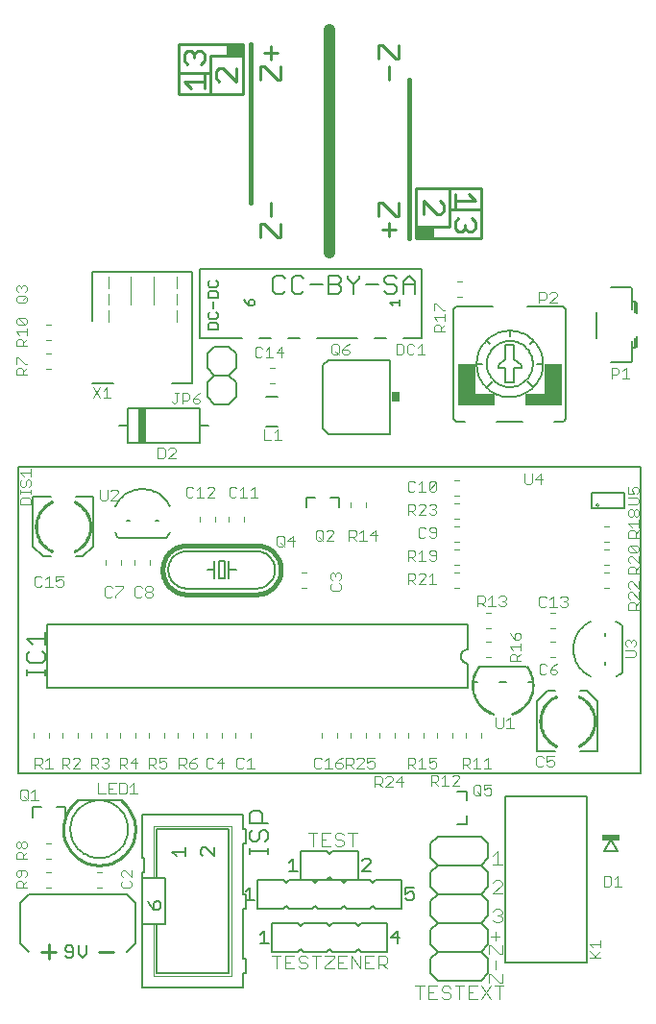
<source format=gto>
G75*
G70*
%OFA0B0*%
%FSLAX24Y24*%
%IPPOS*%
%LPD*%
%AMOC8*
5,1,8,0,0,1.08239X$1,22.5*
%
%ADD10C,0.0060*%
%ADD11C,0.0040*%
%ADD12C,0.0090*%
%ADD13C,0.0160*%
%ADD14C,0.0100*%
%ADD15C,0.0394*%
%ADD16C,0.0030*%
%ADD17C,0.0050*%
%ADD18C,0.0020*%
%ADD19C,0.0070*%
%ADD20R,0.0300X0.1200*%
%ADD21C,0.0080*%
%ADD22R,0.1250X0.0400*%
%ADD23R,0.0600X0.1050*%
%ADD24C,0.0010*%
%ADD25R,0.0300X0.0340*%
%ADD26R,0.0620X0.0240*%
%ADD27C,0.0031*%
D10*
X001881Y015642D02*
X001581Y015942D01*
X001581Y017342D01*
X001881Y017642D01*
X005281Y017642D01*
X005581Y017342D01*
X005581Y015942D01*
X005281Y015642D01*
X003331Y019892D02*
X003333Y019955D01*
X003339Y020017D01*
X003349Y020079D01*
X003362Y020141D01*
X003380Y020201D01*
X003401Y020260D01*
X003426Y020318D01*
X003455Y020374D01*
X003487Y020428D01*
X003522Y020480D01*
X003560Y020529D01*
X003602Y020577D01*
X003646Y020621D01*
X003694Y020663D01*
X003743Y020701D01*
X003795Y020736D01*
X003849Y020768D01*
X003905Y020797D01*
X003963Y020822D01*
X004022Y020843D01*
X004082Y020861D01*
X004144Y020874D01*
X004206Y020884D01*
X004268Y020890D01*
X004331Y020892D01*
X004394Y020890D01*
X004456Y020884D01*
X004518Y020874D01*
X004580Y020861D01*
X004640Y020843D01*
X004699Y020822D01*
X004757Y020797D01*
X004813Y020768D01*
X004867Y020736D01*
X004919Y020701D01*
X004968Y020663D01*
X005016Y020621D01*
X005060Y020577D01*
X005102Y020529D01*
X005140Y020480D01*
X005175Y020428D01*
X005207Y020374D01*
X005236Y020318D01*
X005261Y020260D01*
X005282Y020201D01*
X005300Y020141D01*
X005313Y020079D01*
X005323Y020017D01*
X005329Y019955D01*
X005331Y019892D01*
X005329Y019829D01*
X005323Y019767D01*
X005313Y019705D01*
X005300Y019643D01*
X005282Y019583D01*
X005261Y019524D01*
X005236Y019466D01*
X005207Y019410D01*
X005175Y019356D01*
X005140Y019304D01*
X005102Y019255D01*
X005060Y019207D01*
X005016Y019163D01*
X004968Y019121D01*
X004919Y019083D01*
X004867Y019048D01*
X004813Y019016D01*
X004757Y018987D01*
X004699Y018962D01*
X004640Y018941D01*
X004580Y018923D01*
X004518Y018910D01*
X004456Y018900D01*
X004394Y018894D01*
X004331Y018892D01*
X004268Y018894D01*
X004206Y018900D01*
X004144Y018910D01*
X004082Y018923D01*
X004022Y018941D01*
X003963Y018962D01*
X003905Y018987D01*
X003849Y019016D01*
X003795Y019048D01*
X003743Y019083D01*
X003694Y019121D01*
X003646Y019163D01*
X003602Y019207D01*
X003560Y019255D01*
X003522Y019304D01*
X003487Y019356D01*
X003455Y019410D01*
X003426Y019466D01*
X003401Y019524D01*
X003380Y019583D01*
X003362Y019643D01*
X003349Y019705D01*
X003339Y019767D01*
X003333Y019829D01*
X003331Y019892D01*
X003141Y020313D02*
X003141Y020652D01*
X002857Y020652D01*
X002306Y020652D02*
X002021Y020652D01*
X002021Y020313D01*
X002531Y024792D02*
X002531Y026992D01*
X017131Y026992D01*
X017131Y026142D01*
X017101Y026140D01*
X017071Y026135D01*
X017042Y026126D01*
X017015Y026113D01*
X016989Y026098D01*
X016965Y026079D01*
X016944Y026058D01*
X016925Y026034D01*
X016910Y026008D01*
X016897Y025981D01*
X016888Y025952D01*
X016883Y025922D01*
X016881Y025892D01*
X016883Y025862D01*
X016888Y025832D01*
X016897Y025803D01*
X016910Y025776D01*
X016925Y025750D01*
X016944Y025726D01*
X016965Y025705D01*
X016989Y025686D01*
X017015Y025671D01*
X017042Y025658D01*
X017071Y025649D01*
X017101Y025644D01*
X017131Y025642D01*
X017131Y024792D01*
X002531Y024792D01*
X005331Y033292D02*
X005331Y033892D01*
X005331Y034492D01*
X007831Y034492D01*
X007831Y033892D01*
X007831Y033292D01*
X005331Y033292D01*
X005331Y033892D02*
X005031Y033892D01*
X007381Y029542D02*
X009781Y029542D01*
X009831Y029540D01*
X009880Y029534D01*
X009929Y029525D01*
X009977Y029512D01*
X010024Y029495D01*
X010069Y029475D01*
X010113Y029451D01*
X010155Y029424D01*
X010195Y029393D01*
X010232Y029360D01*
X010266Y029324D01*
X010298Y029286D01*
X010327Y029245D01*
X010352Y029203D01*
X010374Y029158D01*
X010393Y029112D01*
X010408Y029064D01*
X010419Y029016D01*
X010427Y028967D01*
X010431Y028917D01*
X010431Y028867D01*
X010427Y028817D01*
X010419Y028768D01*
X010408Y028720D01*
X010393Y028672D01*
X010374Y028626D01*
X010352Y028581D01*
X010327Y028539D01*
X010298Y028498D01*
X010266Y028460D01*
X010232Y028424D01*
X010195Y028391D01*
X010155Y028360D01*
X010113Y028333D01*
X010069Y028309D01*
X010024Y028289D01*
X009977Y028272D01*
X009929Y028259D01*
X009880Y028250D01*
X009831Y028244D01*
X009781Y028242D01*
X007381Y028242D01*
X007331Y028244D01*
X007282Y028250D01*
X007233Y028259D01*
X007185Y028272D01*
X007138Y028289D01*
X007093Y028309D01*
X007049Y028333D01*
X007007Y028360D01*
X006967Y028391D01*
X006930Y028424D01*
X006896Y028460D01*
X006864Y028498D01*
X006835Y028539D01*
X006810Y028581D01*
X006788Y028626D01*
X006769Y028672D01*
X006754Y028720D01*
X006743Y028768D01*
X006735Y028817D01*
X006731Y028867D01*
X006731Y028917D01*
X006735Y028967D01*
X006743Y029016D01*
X006754Y029064D01*
X006769Y029112D01*
X006788Y029158D01*
X006810Y029203D01*
X006835Y029245D01*
X006864Y029286D01*
X006896Y029324D01*
X006930Y029360D01*
X006967Y029393D01*
X007007Y029424D01*
X007049Y029451D01*
X007093Y029475D01*
X007138Y029495D01*
X007185Y029512D01*
X007233Y029525D01*
X007282Y029534D01*
X007331Y029540D01*
X007381Y029542D01*
X008081Y028892D02*
X008331Y028892D01*
X008331Y028592D01*
X008481Y028592D02*
X008481Y029192D01*
X008681Y029192D01*
X008681Y028592D01*
X008481Y028592D01*
X008331Y028892D02*
X008331Y029192D01*
X008831Y029192D02*
X008831Y028892D01*
X009081Y028892D01*
X008831Y028892D02*
X008831Y028592D01*
X011521Y031063D02*
X011521Y031402D01*
X011806Y031402D01*
X012357Y031402D02*
X012641Y031402D01*
X012641Y031063D01*
X013281Y036942D02*
X011881Y036942D01*
X011281Y036942D02*
X010881Y036942D01*
X010281Y036942D02*
X009881Y036942D01*
X009281Y036942D02*
X007831Y036942D01*
X007831Y039342D01*
X015531Y039342D01*
X015531Y036942D01*
X014881Y036942D01*
X014281Y036942D02*
X013881Y036942D01*
X014335Y038472D02*
X014228Y038579D01*
X014335Y038472D02*
X014549Y038472D01*
X014655Y038579D01*
X014655Y038686D01*
X014549Y038792D01*
X014335Y038792D01*
X014228Y038899D01*
X014228Y039006D01*
X014335Y039113D01*
X014549Y039113D01*
X014655Y039006D01*
X014873Y038899D02*
X014873Y038472D01*
X014873Y038792D02*
X015300Y038792D01*
X015300Y038899D02*
X015300Y038472D01*
X015300Y038899D02*
X015086Y039113D01*
X014873Y038899D01*
X014011Y038792D02*
X013584Y038792D01*
X013366Y039006D02*
X013366Y039113D01*
X013366Y039006D02*
X013153Y038792D01*
X013153Y038472D01*
X013153Y038792D02*
X012939Y039006D01*
X012939Y039113D01*
X012722Y039006D02*
X012722Y038899D01*
X012615Y038792D01*
X012295Y038792D01*
X012077Y038792D02*
X011650Y038792D01*
X011433Y038579D02*
X011326Y038472D01*
X011112Y038472D01*
X011006Y038579D01*
X011006Y039006D01*
X011112Y039113D01*
X011326Y039113D01*
X011433Y039006D01*
X010788Y039006D02*
X010681Y039113D01*
X010468Y039113D01*
X010361Y039006D01*
X010361Y038579D01*
X010468Y038472D01*
X010681Y038472D01*
X010788Y038579D01*
X012295Y038472D02*
X012615Y038472D01*
X012722Y038579D01*
X012722Y038686D01*
X012615Y038792D01*
X012722Y039006D02*
X012615Y039113D01*
X012295Y039113D01*
X012295Y038472D01*
X009081Y036392D02*
X009081Y035892D01*
X008831Y035642D01*
X009081Y035392D01*
X009081Y034892D01*
X008831Y034642D01*
X008331Y034642D01*
X008081Y034892D01*
X008081Y035392D01*
X008331Y035642D01*
X008081Y035892D01*
X008081Y036392D01*
X008331Y036642D01*
X008831Y036642D01*
X009081Y036392D01*
X008831Y035642D02*
X008331Y035642D01*
X008131Y033892D02*
X007831Y033892D01*
X011331Y019142D02*
X012231Y019142D01*
X012331Y019042D01*
X012431Y019142D01*
X013331Y019142D01*
X013331Y018142D01*
X012431Y018142D01*
X012331Y018242D01*
X012231Y018142D01*
X011331Y018142D01*
X011331Y019142D01*
X010931Y018142D02*
X010831Y018042D01*
X010731Y018142D01*
X009831Y018142D01*
X009831Y017142D01*
X010731Y017142D01*
X010831Y017242D01*
X010931Y017142D01*
X011731Y017142D01*
X011831Y017242D01*
X011931Y017142D01*
X012731Y017142D01*
X012831Y017242D01*
X012931Y017142D01*
X013731Y017142D01*
X013831Y017242D01*
X013931Y017142D01*
X014831Y017142D01*
X014831Y018142D01*
X013931Y018142D01*
X013831Y018042D01*
X013731Y018142D01*
X012931Y018142D01*
X012831Y018042D01*
X012731Y018142D01*
X011931Y018142D01*
X011831Y018042D01*
X011731Y018142D01*
X010931Y018142D01*
X011231Y016642D02*
X010331Y016642D01*
X010331Y015642D01*
X011231Y015642D01*
X011331Y015742D01*
X011431Y015642D01*
X012231Y015642D01*
X012331Y015742D01*
X012431Y015642D01*
X013231Y015642D01*
X013331Y015742D01*
X013431Y015642D01*
X014331Y015642D01*
X014331Y016642D01*
X013431Y016642D01*
X013331Y016542D01*
X013231Y016642D01*
X012431Y016642D01*
X012331Y016542D01*
X012231Y016642D01*
X011431Y016642D01*
X011331Y016542D01*
X011231Y016642D01*
X015831Y016392D02*
X015831Y015892D01*
X016081Y015642D01*
X015831Y015392D01*
X015831Y014892D01*
X016081Y014642D01*
X017581Y014642D01*
X017831Y014892D01*
X017831Y015392D01*
X017581Y015642D01*
X016081Y015642D01*
X015831Y016392D02*
X016081Y016642D01*
X017581Y016642D01*
X017831Y016392D01*
X017831Y015892D01*
X017581Y015642D01*
X017581Y016642D02*
X017831Y016892D01*
X017831Y017392D01*
X017581Y017642D01*
X016081Y017642D01*
X015831Y017392D01*
X015831Y016892D01*
X016081Y016642D01*
X016081Y017642D02*
X015831Y017892D01*
X015831Y018392D01*
X016081Y018642D01*
X017581Y018642D01*
X017831Y018392D01*
X017831Y017892D01*
X017581Y017642D01*
X017581Y018642D02*
X017831Y018892D01*
X017831Y019392D01*
X017581Y019642D01*
X016081Y019642D01*
X015831Y019392D01*
X015831Y018892D01*
X016081Y018642D01*
X016759Y020079D02*
X017097Y020079D01*
X017097Y020364D01*
X017097Y020915D02*
X017097Y021199D01*
X016759Y021199D01*
X017286Y024992D02*
X017444Y024992D01*
X017506Y025542D02*
X019156Y025542D01*
X019219Y024992D02*
X019376Y024992D01*
X018444Y024992D02*
X018219Y024992D01*
X018131Y034036D02*
X019031Y034036D01*
X019381Y035236D02*
X019181Y035436D01*
X018731Y035386D02*
X018731Y035886D01*
X018981Y035886D01*
X018981Y035986D01*
X018731Y036186D01*
X018731Y036686D01*
X018431Y036686D01*
X018431Y036186D01*
X018181Y035986D01*
X018181Y035886D01*
X018431Y035886D01*
X018431Y035386D01*
X018731Y035386D01*
X017431Y036036D02*
X017433Y036103D01*
X017439Y036171D01*
X017449Y036238D01*
X017463Y036304D01*
X017480Y036369D01*
X017502Y036433D01*
X017527Y036496D01*
X017556Y036557D01*
X017588Y036616D01*
X017624Y036673D01*
X017663Y036728D01*
X017705Y036781D01*
X017750Y036831D01*
X017798Y036878D01*
X017849Y036923D01*
X017902Y036964D01*
X017958Y037003D01*
X018016Y037038D01*
X018076Y037069D01*
X018137Y037097D01*
X018200Y037121D01*
X018264Y037142D01*
X018330Y037158D01*
X018396Y037171D01*
X018463Y037180D01*
X018530Y037185D01*
X018598Y037186D01*
X018665Y037183D01*
X018732Y037176D01*
X018799Y037165D01*
X018865Y037150D01*
X018930Y037132D01*
X018994Y037109D01*
X019056Y037083D01*
X019117Y037054D01*
X019175Y037020D01*
X019232Y036984D01*
X019287Y036944D01*
X019339Y036901D01*
X019388Y036855D01*
X019435Y036806D01*
X019479Y036755D01*
X019519Y036701D01*
X019557Y036645D01*
X019591Y036586D01*
X019621Y036526D01*
X019648Y036464D01*
X019672Y036401D01*
X019691Y036336D01*
X019707Y036271D01*
X019719Y036204D01*
X019727Y036137D01*
X019731Y036070D01*
X019731Y036002D01*
X019727Y035935D01*
X019719Y035868D01*
X019707Y035801D01*
X019691Y035736D01*
X019672Y035671D01*
X019648Y035608D01*
X019621Y035546D01*
X019591Y035486D01*
X019557Y035427D01*
X019519Y035371D01*
X019479Y035317D01*
X019435Y035266D01*
X019388Y035217D01*
X019339Y035171D01*
X019287Y035128D01*
X019232Y035088D01*
X019175Y035052D01*
X019117Y035018D01*
X019056Y034989D01*
X018994Y034963D01*
X018930Y034940D01*
X018865Y034922D01*
X018799Y034907D01*
X018732Y034896D01*
X018665Y034889D01*
X018598Y034886D01*
X018530Y034887D01*
X018463Y034892D01*
X018396Y034901D01*
X018330Y034914D01*
X018264Y034930D01*
X018200Y034951D01*
X018137Y034975D01*
X018076Y035003D01*
X018016Y035034D01*
X017958Y035069D01*
X017902Y035108D01*
X017849Y035149D01*
X017798Y035194D01*
X017750Y035241D01*
X017705Y035291D01*
X017663Y035344D01*
X017624Y035399D01*
X017588Y035456D01*
X017556Y035515D01*
X017527Y035576D01*
X017502Y035639D01*
X017480Y035703D01*
X017463Y035768D01*
X017449Y035834D01*
X017439Y035901D01*
X017433Y035969D01*
X017431Y036036D01*
X017631Y036036D01*
X017881Y036736D02*
X017781Y036836D01*
X018581Y036986D02*
X018581Y037186D01*
X017981Y038036D02*
X016781Y038036D01*
X016758Y038034D01*
X016735Y038029D01*
X016713Y038020D01*
X016693Y038007D01*
X016675Y037992D01*
X016660Y037974D01*
X016647Y037954D01*
X016638Y037932D01*
X016633Y037909D01*
X016631Y037886D01*
X016631Y034186D01*
X016633Y034163D01*
X016638Y034140D01*
X016647Y034118D01*
X016660Y034098D01*
X016675Y034080D01*
X016693Y034065D01*
X016713Y034052D01*
X016735Y034043D01*
X016758Y034038D01*
X016781Y034036D01*
X017031Y034036D01*
X017781Y035236D02*
X017981Y035436D01*
X017781Y036036D02*
X017783Y036092D01*
X017789Y036149D01*
X017799Y036204D01*
X017813Y036259D01*
X017830Y036313D01*
X017852Y036365D01*
X017877Y036415D01*
X017905Y036464D01*
X017937Y036511D01*
X017972Y036555D01*
X018010Y036597D01*
X018051Y036636D01*
X018095Y036671D01*
X018141Y036704D01*
X018189Y036733D01*
X018239Y036759D01*
X018291Y036782D01*
X018345Y036800D01*
X018399Y036815D01*
X018454Y036826D01*
X018510Y036833D01*
X018567Y036836D01*
X018623Y036835D01*
X018680Y036830D01*
X018735Y036821D01*
X018790Y036808D01*
X018844Y036791D01*
X018897Y036771D01*
X018948Y036747D01*
X018997Y036719D01*
X019044Y036688D01*
X019089Y036654D01*
X019132Y036616D01*
X019171Y036576D01*
X019208Y036533D01*
X019241Y036488D01*
X019271Y036440D01*
X019298Y036390D01*
X019321Y036339D01*
X019341Y036286D01*
X019357Y036232D01*
X019369Y036176D01*
X019377Y036121D01*
X019381Y036064D01*
X019381Y036008D01*
X019377Y035951D01*
X019369Y035896D01*
X019357Y035840D01*
X019341Y035786D01*
X019321Y035733D01*
X019298Y035682D01*
X019271Y035632D01*
X019241Y035584D01*
X019208Y035539D01*
X019171Y035496D01*
X019132Y035456D01*
X019089Y035418D01*
X019044Y035384D01*
X018997Y035353D01*
X018948Y035325D01*
X018897Y035301D01*
X018844Y035281D01*
X018790Y035264D01*
X018735Y035251D01*
X018680Y035242D01*
X018623Y035237D01*
X018567Y035236D01*
X018510Y035239D01*
X018454Y035246D01*
X018399Y035257D01*
X018345Y035272D01*
X018291Y035290D01*
X018239Y035313D01*
X018189Y035339D01*
X018141Y035368D01*
X018095Y035401D01*
X018051Y035436D01*
X018010Y035475D01*
X017972Y035517D01*
X017937Y035561D01*
X017905Y035608D01*
X017877Y035657D01*
X017852Y035707D01*
X017830Y035759D01*
X017813Y035813D01*
X017799Y035868D01*
X017789Y035923D01*
X017783Y035980D01*
X017781Y036036D01*
X019181Y038036D02*
X020381Y038036D01*
X020404Y038034D01*
X020427Y038029D01*
X020449Y038020D01*
X020469Y038007D01*
X020487Y037992D01*
X020502Y037974D01*
X020515Y037954D01*
X020524Y037932D01*
X020529Y037909D01*
X020531Y037886D01*
X020531Y034186D01*
X020529Y034163D01*
X020524Y034140D01*
X020515Y034118D01*
X020502Y034098D01*
X020487Y034080D01*
X020469Y034065D01*
X020449Y034052D01*
X020427Y034043D01*
X020404Y034038D01*
X020381Y034036D01*
X020131Y034036D01*
X019731Y036036D02*
X019531Y036036D01*
X019281Y036736D02*
X019381Y036836D01*
X021581Y036942D02*
X021581Y037842D01*
X022081Y038692D02*
X022781Y038692D01*
X022831Y038642D01*
X022831Y038192D01*
X022831Y037942D01*
X022931Y037842D02*
X022931Y038192D01*
X022981Y038142D01*
X022981Y037792D01*
X022931Y038192D02*
X022831Y038192D01*
X022981Y036992D02*
X022981Y036642D01*
X022931Y036592D01*
X022931Y036942D01*
X022831Y036842D02*
X022831Y036592D01*
X022831Y036142D01*
X022781Y036092D01*
X022081Y036092D01*
X022831Y036592D02*
X022931Y036592D01*
D11*
X022010Y030402D02*
X021852Y030402D01*
X021852Y029882D02*
X022010Y029882D01*
X022010Y029602D02*
X021852Y029602D01*
X021852Y029082D02*
X022010Y029082D01*
X022010Y028802D02*
X021852Y028802D01*
X021852Y028282D02*
X022010Y028282D01*
X020160Y027402D02*
X020002Y027402D01*
X020002Y026882D02*
X020160Y026882D01*
X020160Y026402D02*
X020002Y026402D01*
X020002Y025882D02*
X020160Y025882D01*
X017910Y025882D02*
X017752Y025882D01*
X017752Y026402D02*
X017910Y026402D01*
X017910Y026882D02*
X017752Y026882D01*
X017752Y027402D02*
X017910Y027402D01*
X016810Y028282D02*
X016652Y028282D01*
X016652Y028802D02*
X016810Y028802D01*
X016810Y029082D02*
X016652Y029082D01*
X016652Y029602D02*
X016810Y029602D01*
X016810Y029882D02*
X016652Y029882D01*
X016652Y030402D02*
X016810Y030402D01*
X016810Y030682D02*
X016652Y030682D01*
X016652Y031202D02*
X016810Y031202D01*
X016810Y031482D02*
X016652Y031482D01*
X016652Y032002D02*
X016810Y032002D01*
X013591Y031221D02*
X013591Y031063D01*
X013071Y031063D02*
X013071Y031221D01*
X011510Y028802D02*
X011352Y028802D01*
X011352Y028282D02*
X011510Y028282D01*
X009341Y030563D02*
X009341Y030721D01*
X008821Y030721D02*
X008821Y030563D01*
X008341Y030563D02*
X008341Y030721D01*
X007821Y030721D02*
X007821Y030563D01*
X006091Y029221D02*
X006091Y029063D01*
X005571Y029063D02*
X005571Y029221D01*
X005091Y029221D02*
X005091Y029063D01*
X004571Y029063D02*
X004571Y029221D01*
X004591Y023221D02*
X004591Y023063D01*
X005071Y023063D02*
X005071Y023221D01*
X005591Y023221D02*
X005591Y023063D01*
X006071Y023063D02*
X006071Y023221D01*
X006591Y023221D02*
X006591Y023063D01*
X007071Y023063D02*
X007071Y023221D01*
X007591Y023221D02*
X007591Y023063D01*
X008071Y023063D02*
X008071Y023221D01*
X008591Y023221D02*
X008591Y023063D01*
X009071Y023063D02*
X009071Y023221D01*
X009591Y023221D02*
X009591Y023063D01*
X011587Y019764D02*
X011894Y019764D01*
X011741Y019764D02*
X011741Y019304D01*
X012048Y019304D02*
X012048Y019764D01*
X012355Y019764D01*
X012508Y019688D02*
X012508Y019611D01*
X012585Y019534D01*
X012738Y019534D01*
X012815Y019457D01*
X012815Y019381D01*
X012738Y019304D01*
X012585Y019304D01*
X012508Y019381D01*
X012355Y019304D02*
X012048Y019304D01*
X012048Y019534D02*
X012201Y019534D01*
X012508Y019688D02*
X012585Y019764D01*
X012738Y019764D01*
X012815Y019688D01*
X012969Y019764D02*
X013275Y019764D01*
X013122Y019764D02*
X013122Y019304D01*
X013071Y023063D02*
X013071Y023221D01*
X012591Y023221D02*
X012591Y023063D01*
X012071Y023063D02*
X012071Y023221D01*
X013591Y023221D02*
X013591Y023063D01*
X014071Y023063D02*
X014071Y023221D01*
X014591Y023221D02*
X014591Y023063D01*
X015071Y023063D02*
X015071Y023221D01*
X015591Y023221D02*
X015591Y023063D01*
X016071Y023063D02*
X016071Y023221D01*
X016591Y023221D02*
X016591Y023063D01*
X017071Y023063D02*
X017071Y023221D01*
X017591Y023221D02*
X017591Y023063D01*
X018155Y019123D02*
X018155Y018662D01*
X018308Y018662D02*
X018001Y018662D01*
X018001Y018969D02*
X018155Y019123D01*
X018231Y018123D02*
X018078Y018123D01*
X018001Y018046D01*
X018231Y018123D02*
X018308Y018046D01*
X018308Y017969D01*
X018001Y017662D01*
X018308Y017662D01*
X018231Y017123D02*
X018078Y017123D01*
X018001Y017046D01*
X018155Y016892D02*
X018231Y016892D01*
X018308Y016816D01*
X018308Y016739D01*
X018231Y016662D01*
X018078Y016662D01*
X018001Y016739D01*
X018231Y016892D02*
X018308Y016969D01*
X018308Y017046D01*
X018231Y017123D01*
X018081Y016329D02*
X018081Y016023D01*
X018234Y016176D02*
X017927Y016176D01*
X017927Y015869D02*
X018234Y015562D01*
X018311Y015562D01*
X018311Y015869D01*
X017927Y015869D02*
X017851Y015869D01*
X017851Y015562D01*
X018081Y015329D02*
X018081Y015023D01*
X017927Y014869D02*
X018234Y014562D01*
X018311Y014562D01*
X018311Y014869D01*
X018371Y014459D02*
X018064Y014459D01*
X017911Y014459D02*
X017604Y013999D01*
X017450Y013999D02*
X017143Y013999D01*
X017143Y014459D01*
X017450Y014459D01*
X017604Y014459D02*
X017911Y013999D01*
X018218Y013999D02*
X018218Y014459D01*
X017851Y014562D02*
X017851Y014869D01*
X017927Y014869D01*
X017297Y014229D02*
X017143Y014229D01*
X016990Y014459D02*
X016683Y014459D01*
X016837Y014459D02*
X016837Y013999D01*
X016530Y014075D02*
X016453Y013999D01*
X016299Y013999D01*
X016223Y014075D01*
X016069Y013999D02*
X015762Y013999D01*
X015762Y014459D01*
X016069Y014459D01*
X016223Y014382D02*
X016223Y014306D01*
X016299Y014229D01*
X016453Y014229D01*
X016530Y014152D01*
X016530Y014075D01*
X016530Y014382D02*
X016453Y014459D01*
X016299Y014459D01*
X016223Y014382D01*
X015916Y014229D02*
X015762Y014229D01*
X015609Y014459D02*
X015302Y014459D01*
X015455Y014459D02*
X015455Y013999D01*
X014318Y015052D02*
X014164Y015205D01*
X014241Y015205D02*
X014011Y015205D01*
X014011Y015052D02*
X014011Y015512D01*
X014241Y015512D01*
X014318Y015436D01*
X014318Y015282D01*
X014241Y015205D01*
X013857Y015052D02*
X013550Y015052D01*
X013550Y015512D01*
X013857Y015512D01*
X013704Y015282D02*
X013550Y015282D01*
X013397Y015052D02*
X013397Y015512D01*
X013090Y015512D02*
X013090Y015052D01*
X012936Y015052D02*
X012629Y015052D01*
X012629Y015512D01*
X012936Y015512D01*
X013090Y015512D02*
X013397Y015052D01*
X012783Y015282D02*
X012629Y015282D01*
X012476Y015436D02*
X012169Y015129D01*
X012169Y015052D01*
X012476Y015052D01*
X012476Y015436D02*
X012476Y015512D01*
X012169Y015512D01*
X012016Y015512D02*
X011709Y015512D01*
X011862Y015512D02*
X011862Y015052D01*
X011555Y015129D02*
X011478Y015052D01*
X011325Y015052D01*
X011248Y015129D01*
X011325Y015282D02*
X011478Y015282D01*
X011555Y015205D01*
X011555Y015129D01*
X011325Y015282D02*
X011248Y015359D01*
X011248Y015436D01*
X011325Y015512D01*
X011478Y015512D01*
X011555Y015436D01*
X011095Y015512D02*
X010788Y015512D01*
X010788Y015052D01*
X011095Y015052D01*
X010941Y015282D02*
X010788Y015282D01*
X010634Y015512D02*
X010327Y015512D01*
X010481Y015512D02*
X010481Y015052D01*
X004410Y017882D02*
X004252Y017882D01*
X004252Y018402D02*
X004410Y018402D01*
X002660Y018402D02*
X002502Y018402D01*
X002502Y018882D02*
X002660Y018882D01*
X002660Y019402D02*
X002502Y019402D01*
X002502Y017882D02*
X002660Y017882D01*
X002591Y023063D02*
X002591Y023221D01*
X003071Y023221D02*
X003071Y023063D01*
X003591Y023063D02*
X003591Y023221D01*
X004071Y023221D02*
X004071Y023063D01*
X002071Y023063D02*
X002071Y023221D01*
X002502Y035882D02*
X002660Y035882D01*
X002660Y036402D02*
X002502Y036402D01*
X002502Y036882D02*
X002660Y036882D01*
X002660Y037402D02*
X002502Y037402D01*
X004650Y037493D02*
X004650Y037886D01*
X004650Y038083D02*
X004650Y038477D01*
X004650Y038674D02*
X004650Y039067D01*
X005437Y039067D02*
X005437Y038083D01*
X006225Y038083D02*
X006225Y039067D01*
X007012Y039067D02*
X007012Y038674D01*
X007012Y038477D02*
X007012Y038083D01*
X007012Y037886D02*
X007012Y037493D01*
X010252Y035902D02*
X010410Y035902D01*
X010410Y035382D02*
X010252Y035382D01*
X016752Y038382D02*
X016910Y038382D01*
X016910Y038902D02*
X016752Y038902D01*
D12*
X016792Y040632D02*
X016676Y040748D01*
X016676Y040981D01*
X016792Y041097D01*
X017025Y040864D02*
X017025Y040748D01*
X016909Y040632D01*
X016792Y040632D01*
X017025Y040748D02*
X017141Y040632D01*
X017258Y040632D01*
X017374Y040748D01*
X017374Y040981D01*
X017258Y041097D01*
X017374Y041714D02*
X017141Y041947D01*
X017374Y041714D02*
X016676Y041714D01*
X016676Y041482D02*
X016676Y041947D01*
X016274Y041581D02*
X016158Y041697D01*
X016274Y041581D02*
X016274Y041348D01*
X016158Y041232D01*
X016041Y041232D01*
X015576Y041697D01*
X015576Y041232D01*
X014724Y041182D02*
X014608Y041182D01*
X014142Y041647D01*
X014026Y041647D01*
X014026Y041182D01*
X014375Y040922D02*
X014375Y040457D01*
X014608Y040689D02*
X014142Y040689D01*
X014724Y041182D02*
X014724Y041647D01*
X014375Y045907D02*
X014375Y046372D01*
X014608Y046632D02*
X014142Y047097D01*
X014026Y047097D01*
X014026Y046632D01*
X014608Y046632D02*
X014724Y046632D01*
X014724Y047097D01*
X010636Y046352D02*
X010636Y045887D01*
X010520Y045887D01*
X010054Y046352D01*
X009938Y046352D01*
X009938Y045887D01*
X010287Y046612D02*
X010287Y047077D01*
X010054Y046845D02*
X010520Y046845D01*
X009086Y046302D02*
X009086Y045837D01*
X008621Y046302D01*
X008504Y046302D01*
X008388Y046186D01*
X008388Y045953D01*
X008504Y045837D01*
X007986Y045820D02*
X007288Y045820D01*
X007521Y045587D01*
X007986Y045587D02*
X007986Y046052D01*
X007870Y046437D02*
X007986Y046553D01*
X007986Y046786D01*
X007870Y046902D01*
X007753Y046902D01*
X007637Y046786D01*
X007637Y046670D01*
X007637Y046786D02*
X007521Y046902D01*
X007404Y046902D01*
X007288Y046786D01*
X007288Y046553D01*
X007404Y046437D01*
X009938Y040902D02*
X010054Y040902D01*
X010520Y040437D01*
X010636Y040437D01*
X010636Y040902D01*
X010287Y041162D02*
X010287Y041627D01*
X009938Y040902D02*
X009938Y040437D01*
D13*
X009581Y041642D02*
X009581Y047142D01*
X015081Y045892D02*
X015081Y040392D01*
X009781Y029742D02*
X007381Y029742D01*
X007324Y029740D01*
X007268Y029734D01*
X007212Y029725D01*
X007156Y029712D01*
X007102Y029695D01*
X007049Y029675D01*
X006998Y029651D01*
X006948Y029623D01*
X006900Y029593D01*
X006854Y029559D01*
X006811Y029522D01*
X006770Y029483D01*
X006732Y029441D01*
X006697Y029396D01*
X006665Y029349D01*
X006636Y029300D01*
X006610Y029250D01*
X006588Y029197D01*
X006569Y029144D01*
X006554Y029089D01*
X006543Y029033D01*
X006535Y028977D01*
X006531Y028920D01*
X006531Y028864D01*
X006535Y028807D01*
X006543Y028751D01*
X006554Y028695D01*
X006569Y028640D01*
X006588Y028587D01*
X006610Y028534D01*
X006636Y028484D01*
X006665Y028435D01*
X006697Y028388D01*
X006732Y028343D01*
X006770Y028301D01*
X006811Y028262D01*
X006854Y028225D01*
X006900Y028191D01*
X006948Y028161D01*
X006998Y028133D01*
X007049Y028109D01*
X007102Y028089D01*
X007156Y028072D01*
X007212Y028059D01*
X007268Y028050D01*
X007324Y028044D01*
X007381Y028042D01*
X009781Y028042D01*
X009838Y028044D01*
X009894Y028050D01*
X009950Y028059D01*
X010006Y028072D01*
X010060Y028089D01*
X010113Y028109D01*
X010164Y028133D01*
X010214Y028161D01*
X010262Y028191D01*
X010308Y028225D01*
X010351Y028262D01*
X010392Y028301D01*
X010430Y028343D01*
X010465Y028388D01*
X010497Y028435D01*
X010526Y028484D01*
X010552Y028534D01*
X010574Y028587D01*
X010593Y028640D01*
X010608Y028695D01*
X010619Y028751D01*
X010627Y028807D01*
X010631Y028864D01*
X010631Y028920D01*
X010627Y028977D01*
X010619Y029033D01*
X010608Y029089D01*
X010593Y029144D01*
X010574Y029197D01*
X010552Y029250D01*
X010526Y029300D01*
X010497Y029349D01*
X010465Y029396D01*
X010430Y029441D01*
X010392Y029483D01*
X010351Y029522D01*
X010308Y029559D01*
X010262Y029593D01*
X010214Y029623D01*
X010164Y029651D01*
X010113Y029675D01*
X010060Y029695D01*
X010006Y029712D01*
X009950Y029725D01*
X009894Y029734D01*
X009838Y029740D01*
X009781Y029742D01*
D14*
X005081Y020892D02*
X005135Y020849D01*
X005187Y020803D01*
X005236Y020754D01*
X005283Y020702D01*
X005326Y020648D01*
X005367Y020592D01*
X005404Y020533D01*
X005438Y020473D01*
X005468Y020410D01*
X005495Y020347D01*
X005519Y020281D01*
X005539Y020215D01*
X005555Y020147D01*
X005567Y020079D01*
X005575Y020010D01*
X005580Y019941D01*
X005581Y019871D01*
X005578Y019802D01*
X005571Y019733D01*
X005560Y019665D01*
X005546Y019597D01*
X005527Y019530D01*
X005505Y019464D01*
X005480Y019399D01*
X005451Y019336D01*
X005418Y019275D01*
X005382Y019216D01*
X005343Y019159D01*
X005301Y019103D01*
X005256Y019051D01*
X005208Y019001D01*
X005157Y018954D01*
X005103Y018909D01*
X005048Y018868D01*
X004990Y018830D01*
X004930Y018795D01*
X004868Y018763D01*
X004805Y018735D01*
X004740Y018711D01*
X004674Y018690D01*
X004606Y018673D01*
X004538Y018659D01*
X004469Y018650D01*
X004400Y018644D01*
X004331Y018642D01*
X004262Y018644D01*
X004193Y018650D01*
X004124Y018659D01*
X004056Y018673D01*
X003988Y018690D01*
X003922Y018711D01*
X003857Y018735D01*
X003794Y018763D01*
X003732Y018795D01*
X003672Y018830D01*
X003614Y018868D01*
X003559Y018909D01*
X003505Y018954D01*
X003454Y019001D01*
X003406Y019051D01*
X003361Y019103D01*
X003319Y019159D01*
X003280Y019216D01*
X003244Y019275D01*
X003211Y019336D01*
X003182Y019399D01*
X003157Y019464D01*
X003135Y019530D01*
X003116Y019597D01*
X003102Y019665D01*
X003091Y019733D01*
X003084Y019802D01*
X003081Y019871D01*
X003082Y019941D01*
X003087Y020010D01*
X003095Y020079D01*
X003107Y020147D01*
X003123Y020215D01*
X003143Y020281D01*
X003167Y020347D01*
X003194Y020410D01*
X003224Y020473D01*
X003258Y020533D01*
X003295Y020592D01*
X003336Y020648D01*
X003379Y020702D01*
X003426Y020754D01*
X003475Y020803D01*
X003527Y020849D01*
X003581Y020892D01*
X002581Y015892D02*
X002581Y015392D01*
X002831Y015642D02*
X002331Y015642D01*
X004331Y015642D02*
X004831Y015642D01*
X015331Y040392D02*
X015881Y040392D01*
X015881Y040792D01*
X015331Y040792D01*
X015331Y040392D01*
X015881Y040392D01*
X015881Y040792D01*
X016481Y040792D01*
X016481Y041392D01*
X017581Y041392D01*
X017581Y042142D01*
X016481Y042142D01*
X016481Y041392D01*
X016481Y042142D02*
X015331Y042142D01*
X015331Y040392D01*
X015331Y040427D02*
X015881Y040427D01*
X015881Y040392D02*
X017581Y040392D01*
X017581Y041392D01*
X015881Y040722D02*
X015331Y040722D01*
X015331Y040624D02*
X015881Y040624D01*
X015881Y040525D02*
X015331Y040525D01*
X009331Y045392D02*
X009331Y047142D01*
X008781Y047142D01*
X008781Y046742D01*
X009331Y046742D01*
X009331Y047142D01*
X008781Y047142D01*
X008781Y046742D01*
X008181Y046742D01*
X008181Y046142D01*
X007081Y046142D01*
X007081Y045392D01*
X008181Y045392D01*
X008181Y046142D01*
X008181Y045392D02*
X009331Y045392D01*
X009331Y046829D02*
X008781Y046829D01*
X008781Y046928D02*
X009331Y046928D01*
X009331Y047026D02*
X008781Y047026D01*
X008781Y047125D02*
X009331Y047125D01*
X008781Y047142D02*
X007081Y047142D01*
X007081Y046142D01*
D15*
X012331Y047642D02*
X012331Y039892D01*
D16*
X012458Y036727D02*
X012581Y036727D01*
X012643Y036666D01*
X012643Y036419D01*
X012581Y036357D01*
X012458Y036357D01*
X012396Y036419D01*
X012396Y036666D01*
X012458Y036727D01*
X012520Y036481D02*
X012643Y036357D01*
X012764Y036419D02*
X012764Y036542D01*
X012950Y036542D01*
X013011Y036481D01*
X013011Y036419D01*
X012950Y036357D01*
X012826Y036357D01*
X012764Y036419D01*
X012764Y036542D02*
X012888Y036666D01*
X013011Y036727D01*
X014646Y036727D02*
X014646Y036357D01*
X014831Y036357D01*
X014893Y036419D01*
X014893Y036666D01*
X014831Y036727D01*
X014646Y036727D01*
X015014Y036666D02*
X015014Y036419D01*
X015076Y036357D01*
X015200Y036357D01*
X015261Y036419D01*
X015383Y036357D02*
X015630Y036357D01*
X015506Y036357D02*
X015506Y036727D01*
X015383Y036604D01*
X015261Y036666D02*
X015200Y036727D01*
X015076Y036727D01*
X015014Y036666D01*
X015946Y037157D02*
X015946Y037342D01*
X016008Y037404D01*
X016131Y037404D01*
X016193Y037342D01*
X016193Y037157D01*
X016316Y037157D02*
X015946Y037157D01*
X016193Y037281D02*
X016316Y037404D01*
X016316Y037525D02*
X016316Y037772D01*
X016316Y037894D02*
X016254Y037894D01*
X016008Y038141D01*
X015946Y038141D01*
X015946Y037894D01*
X015946Y037649D02*
X016316Y037649D01*
X016069Y037525D02*
X015946Y037649D01*
X015963Y031977D02*
X016025Y031916D01*
X015778Y031669D01*
X015840Y031607D01*
X015963Y031607D01*
X016025Y031669D01*
X016025Y031916D01*
X015963Y031977D02*
X015840Y031977D01*
X015778Y031916D01*
X015778Y031669D01*
X015656Y031607D02*
X015409Y031607D01*
X015533Y031607D02*
X015533Y031977D01*
X015409Y031854D01*
X015288Y031916D02*
X015226Y031977D01*
X015103Y031977D01*
X015041Y031916D01*
X015041Y031669D01*
X015103Y031607D01*
X015226Y031607D01*
X015288Y031669D01*
X015226Y031177D02*
X015288Y031116D01*
X015288Y030992D01*
X015226Y030931D01*
X015041Y030931D01*
X015165Y030931D02*
X015288Y030807D01*
X015409Y030807D02*
X015656Y031054D01*
X015656Y031116D01*
X015595Y031177D01*
X015471Y031177D01*
X015409Y031116D01*
X015226Y031177D02*
X015041Y031177D01*
X015041Y030807D01*
X015409Y030807D02*
X015656Y030807D01*
X015778Y030869D02*
X015840Y030807D01*
X015963Y030807D01*
X016025Y030869D01*
X016025Y030931D01*
X015963Y030992D01*
X015901Y030992D01*
X015963Y030992D02*
X016025Y031054D01*
X016025Y031116D01*
X015963Y031177D01*
X015840Y031177D01*
X015778Y031116D01*
X015840Y030377D02*
X015778Y030316D01*
X015778Y030254D01*
X015840Y030192D01*
X016025Y030192D01*
X016025Y030069D02*
X016025Y030316D01*
X015963Y030377D01*
X015840Y030377D01*
X015656Y030316D02*
X015595Y030377D01*
X015471Y030377D01*
X015409Y030316D01*
X015409Y030069D01*
X015471Y030007D01*
X015595Y030007D01*
X015656Y030069D01*
X015778Y030069D02*
X015840Y030007D01*
X015963Y030007D01*
X016025Y030069D01*
X015963Y029577D02*
X015840Y029577D01*
X015778Y029516D01*
X015778Y029454D01*
X015840Y029392D01*
X016025Y029392D01*
X016025Y029269D02*
X016025Y029516D01*
X015963Y029577D01*
X016025Y029269D02*
X015963Y029207D01*
X015840Y029207D01*
X015778Y029269D01*
X015656Y029207D02*
X015409Y029207D01*
X015288Y029207D02*
X015165Y029331D01*
X015226Y029331D02*
X015041Y029331D01*
X015041Y029207D02*
X015041Y029577D01*
X015226Y029577D01*
X015288Y029516D01*
X015288Y029392D01*
X015226Y029331D01*
X015409Y029454D02*
X015533Y029577D01*
X015533Y029207D01*
X015595Y028777D02*
X015471Y028777D01*
X015409Y028716D01*
X015288Y028716D02*
X015288Y028592D01*
X015226Y028531D01*
X015041Y028531D01*
X015165Y028531D02*
X015288Y028407D01*
X015409Y028407D02*
X015656Y028654D01*
X015656Y028716D01*
X015595Y028777D01*
X015778Y028654D02*
X015901Y028777D01*
X015901Y028407D01*
X015778Y028407D02*
X016025Y028407D01*
X015656Y028407D02*
X015409Y028407D01*
X015288Y028716D02*
X015226Y028777D01*
X015041Y028777D01*
X015041Y028407D01*
X013918Y029907D02*
X013918Y030277D01*
X013733Y030092D01*
X013980Y030092D01*
X013611Y029907D02*
X013364Y029907D01*
X013243Y029907D02*
X013120Y030031D01*
X013181Y030031D02*
X012996Y030031D01*
X012996Y029907D02*
X012996Y030277D01*
X013181Y030277D01*
X013243Y030216D01*
X013243Y030092D01*
X013181Y030031D01*
X013364Y030154D02*
X013488Y030277D01*
X013488Y029907D01*
X012654Y028786D02*
X012716Y028724D01*
X012716Y028601D01*
X012654Y028539D01*
X012654Y028417D02*
X012716Y028356D01*
X012716Y028232D01*
X012654Y028170D01*
X012408Y028170D01*
X012346Y028232D01*
X012346Y028356D01*
X012408Y028417D01*
X012408Y028539D02*
X012346Y028601D01*
X012346Y028724D01*
X012408Y028786D01*
X012469Y028786D01*
X012531Y028724D01*
X012593Y028786D01*
X012654Y028786D01*
X012531Y028724D02*
X012531Y028662D01*
X012461Y029907D02*
X012214Y029907D01*
X012461Y030154D01*
X012461Y030216D01*
X012400Y030277D01*
X012276Y030277D01*
X012214Y030216D01*
X012093Y030216D02*
X012093Y029969D01*
X012031Y029907D01*
X011908Y029907D01*
X011846Y029969D01*
X011846Y030216D01*
X011908Y030277D01*
X012031Y030277D01*
X012093Y030216D01*
X011970Y030031D02*
X012093Y029907D01*
X011111Y029892D02*
X010864Y029892D01*
X011050Y030077D01*
X011050Y029707D01*
X010743Y029707D02*
X010620Y029831D01*
X010743Y029769D02*
X010681Y029707D01*
X010558Y029707D01*
X010496Y029769D01*
X010496Y030016D01*
X010558Y030077D01*
X010681Y030077D01*
X010743Y030016D01*
X010743Y029769D01*
X009830Y031407D02*
X009583Y031407D01*
X009461Y031407D02*
X009214Y031407D01*
X009338Y031407D02*
X009338Y031777D01*
X009214Y031654D01*
X009093Y031716D02*
X009031Y031777D01*
X008908Y031777D01*
X008846Y031716D01*
X008846Y031469D01*
X008908Y031407D01*
X009031Y031407D01*
X009093Y031469D01*
X009583Y031654D02*
X009706Y031777D01*
X009706Y031407D01*
X010046Y033407D02*
X010293Y033407D01*
X010414Y033407D02*
X010661Y033407D01*
X010538Y033407D02*
X010538Y033777D01*
X010414Y033654D01*
X010046Y033777D02*
X010046Y033407D01*
X010109Y036257D02*
X010356Y036257D01*
X010233Y036257D02*
X010233Y036627D01*
X010109Y036504D01*
X009988Y036566D02*
X009926Y036627D01*
X009803Y036627D01*
X009741Y036566D01*
X009741Y036319D01*
X009803Y036257D01*
X009926Y036257D01*
X009988Y036319D01*
X010478Y036442D02*
X010725Y036442D01*
X010663Y036257D02*
X010663Y036627D01*
X010478Y036442D01*
X007830Y035027D02*
X007706Y034966D01*
X007583Y034842D01*
X007768Y034842D01*
X007830Y034781D01*
X007830Y034719D01*
X007768Y034657D01*
X007644Y034657D01*
X007583Y034719D01*
X007583Y034842D01*
X007461Y034842D02*
X007400Y034781D01*
X007214Y034781D01*
X007214Y034657D02*
X007214Y035027D01*
X007400Y035027D01*
X007461Y034966D01*
X007461Y034842D01*
X007093Y035027D02*
X006970Y035027D01*
X007031Y035027D02*
X007031Y034719D01*
X006970Y034657D01*
X006908Y034657D01*
X006846Y034719D01*
X006790Y033127D02*
X006728Y033066D01*
X006790Y033127D02*
X006913Y033127D01*
X006975Y033066D01*
X006975Y033004D01*
X006728Y032757D01*
X006975Y032757D01*
X006606Y032819D02*
X006606Y033066D01*
X006545Y033127D01*
X006359Y033127D01*
X006359Y032757D01*
X006545Y032757D01*
X006606Y032819D01*
X007408Y031777D02*
X007346Y031716D01*
X007346Y031469D01*
X007408Y031407D01*
X007531Y031407D01*
X007593Y031469D01*
X007714Y031407D02*
X007961Y031407D01*
X008083Y031407D02*
X008330Y031654D01*
X008330Y031716D01*
X008268Y031777D01*
X008144Y031777D01*
X008083Y031716D01*
X007838Y031777D02*
X007838Y031407D01*
X008083Y031407D02*
X008330Y031407D01*
X007838Y031777D02*
X007714Y031654D01*
X007593Y031716D02*
X007531Y031777D01*
X007408Y031777D01*
X006122Y028318D02*
X006183Y028256D01*
X006183Y028195D01*
X006122Y028133D01*
X005998Y028133D01*
X005936Y028195D01*
X005936Y028256D01*
X005998Y028318D01*
X006122Y028318D01*
X006122Y028133D02*
X006183Y028071D01*
X006183Y028009D01*
X006122Y027948D01*
X005998Y027948D01*
X005936Y028009D01*
X005936Y028071D01*
X005998Y028133D01*
X005815Y028256D02*
X005753Y028318D01*
X005630Y028318D01*
X005568Y028256D01*
X005568Y028009D01*
X005630Y027948D01*
X005753Y027948D01*
X005815Y028009D01*
X005149Y028256D02*
X004902Y028009D01*
X004902Y027948D01*
X004780Y028009D02*
X004719Y027948D01*
X004595Y027948D01*
X004534Y028009D01*
X004534Y028256D01*
X004595Y028318D01*
X004719Y028318D01*
X004780Y028256D01*
X004902Y028318D02*
X005149Y028318D01*
X005149Y028256D01*
X004975Y031307D02*
X004728Y031307D01*
X004975Y031554D01*
X004975Y031616D01*
X004913Y031677D01*
X004790Y031677D01*
X004728Y031616D01*
X004606Y031677D02*
X004606Y031369D01*
X004545Y031307D01*
X004421Y031307D01*
X004359Y031369D01*
X004359Y031677D01*
X004356Y034857D02*
X004109Y035227D01*
X004356Y035227D02*
X004109Y034857D01*
X004478Y034857D02*
X004725Y034857D01*
X004601Y034857D02*
X004601Y035227D01*
X004478Y035104D01*
X001816Y035657D02*
X001446Y035657D01*
X001446Y035842D01*
X001508Y035904D01*
X001631Y035904D01*
X001693Y035842D01*
X001693Y035657D01*
X001693Y035781D02*
X001816Y035904D01*
X001816Y036025D02*
X001754Y036025D01*
X001508Y036272D01*
X001446Y036272D01*
X001446Y036025D01*
X001446Y036657D02*
X001446Y036842D01*
X001508Y036904D01*
X001631Y036904D01*
X001693Y036842D01*
X001693Y036657D01*
X001816Y036657D02*
X001446Y036657D01*
X001693Y036781D02*
X001816Y036904D01*
X001816Y037025D02*
X001816Y037272D01*
X001816Y037149D02*
X001446Y037149D01*
X001569Y037025D01*
X001508Y037394D02*
X001446Y037455D01*
X001446Y037579D01*
X001508Y037641D01*
X001754Y037394D01*
X001816Y037455D01*
X001816Y037579D01*
X001754Y037641D01*
X001508Y037641D01*
X001508Y037394D02*
X001754Y037394D01*
X001754Y038157D02*
X001508Y038157D01*
X001446Y038219D01*
X001446Y038342D01*
X001508Y038404D01*
X001754Y038404D01*
X001816Y038342D01*
X001816Y038219D01*
X001754Y038157D01*
X001693Y038281D02*
X001816Y038404D01*
X001754Y038525D02*
X001816Y038587D01*
X001816Y038711D01*
X001754Y038772D01*
X001693Y038772D01*
X001631Y038711D01*
X001631Y038649D01*
X001631Y038711D02*
X001569Y038772D01*
X001508Y038772D01*
X001446Y038711D01*
X001446Y038587D01*
X001508Y038525D01*
X001966Y032386D02*
X001966Y032139D01*
X001966Y032263D02*
X001596Y032263D01*
X001719Y032139D01*
X001658Y032018D02*
X001596Y031956D01*
X001596Y031833D01*
X001658Y031771D01*
X001719Y031771D01*
X001781Y031833D01*
X001781Y031956D01*
X001843Y032018D01*
X001904Y032018D01*
X001966Y031956D01*
X001966Y031833D01*
X001904Y031771D01*
X001966Y031649D02*
X001966Y031525D01*
X001966Y031587D02*
X001596Y031587D01*
X001596Y031525D02*
X001596Y031649D01*
X001658Y031404D02*
X001596Y031342D01*
X001596Y031157D01*
X001966Y031157D01*
X001966Y031342D01*
X001904Y031404D01*
X001658Y031404D01*
X002153Y028677D02*
X002091Y028616D01*
X002091Y028369D01*
X002153Y028307D01*
X002276Y028307D01*
X002338Y028369D01*
X002459Y028307D02*
X002706Y028307D01*
X002583Y028307D02*
X002583Y028677D01*
X002459Y028554D01*
X002338Y028616D02*
X002276Y028677D01*
X002153Y028677D01*
X002828Y028677D02*
X002828Y028492D01*
X002951Y028554D01*
X003013Y028554D01*
X003075Y028492D01*
X003075Y028369D01*
X003013Y028307D01*
X002890Y028307D01*
X002828Y028369D01*
X002828Y028677D02*
X003075Y028677D01*
X003046Y022377D02*
X003231Y022377D01*
X003293Y022316D01*
X003293Y022192D01*
X003231Y022131D01*
X003046Y022131D01*
X003170Y022131D02*
X003293Y022007D01*
X003414Y022007D02*
X003661Y022254D01*
X003661Y022316D01*
X003600Y022377D01*
X003476Y022377D01*
X003414Y022316D01*
X003414Y022007D02*
X003661Y022007D01*
X004046Y022007D02*
X004046Y022377D01*
X004231Y022377D01*
X004293Y022316D01*
X004293Y022192D01*
X004231Y022131D01*
X004046Y022131D01*
X004170Y022131D02*
X004293Y022007D01*
X004414Y022069D02*
X004476Y022007D01*
X004600Y022007D01*
X004661Y022069D01*
X004661Y022131D01*
X004600Y022192D01*
X004538Y022192D01*
X004600Y022192D02*
X004661Y022254D01*
X004661Y022316D01*
X004600Y022377D01*
X004476Y022377D01*
X004414Y022316D01*
X004296Y021487D02*
X004296Y021117D01*
X004543Y021117D01*
X004664Y021117D02*
X004911Y021117D01*
X005033Y021117D02*
X005218Y021117D01*
X005280Y021179D01*
X005280Y021426D01*
X005218Y021487D01*
X005033Y021487D01*
X005033Y021117D01*
X004788Y021302D02*
X004664Y021302D01*
X004664Y021487D02*
X004664Y021117D01*
X004664Y021487D02*
X004911Y021487D01*
X005046Y022007D02*
X005046Y022377D01*
X005231Y022377D01*
X005293Y022316D01*
X005293Y022192D01*
X005231Y022131D01*
X005046Y022131D01*
X005170Y022131D02*
X005293Y022007D01*
X005414Y022192D02*
X005661Y022192D01*
X005600Y022007D02*
X005600Y022377D01*
X005414Y022192D01*
X005524Y021487D02*
X005401Y021364D01*
X005524Y021487D02*
X005524Y021117D01*
X005401Y021117D02*
X005648Y021117D01*
X006046Y022007D02*
X006046Y022377D01*
X006231Y022377D01*
X006293Y022316D01*
X006293Y022192D01*
X006231Y022131D01*
X006046Y022131D01*
X006170Y022131D02*
X006293Y022007D01*
X006414Y022069D02*
X006476Y022007D01*
X006600Y022007D01*
X006661Y022069D01*
X006661Y022192D01*
X006600Y022254D01*
X006538Y022254D01*
X006414Y022192D01*
X006414Y022377D01*
X006661Y022377D01*
X007096Y022377D02*
X007096Y022007D01*
X007096Y022131D02*
X007281Y022131D01*
X007343Y022192D01*
X007343Y022316D01*
X007281Y022377D01*
X007096Y022377D01*
X007220Y022131D02*
X007343Y022007D01*
X007464Y022069D02*
X007526Y022007D01*
X007650Y022007D01*
X007711Y022069D01*
X007711Y022131D01*
X007650Y022192D01*
X007464Y022192D01*
X007464Y022069D01*
X007464Y022192D02*
X007588Y022316D01*
X007711Y022377D01*
X008046Y022316D02*
X008046Y022069D01*
X008108Y022007D01*
X008231Y022007D01*
X008293Y022069D01*
X008414Y022192D02*
X008661Y022192D01*
X008600Y022007D02*
X008600Y022377D01*
X008414Y022192D01*
X008293Y022316D02*
X008231Y022377D01*
X008108Y022377D01*
X008046Y022316D01*
X009096Y022316D02*
X009096Y022069D01*
X009158Y022007D01*
X009281Y022007D01*
X009343Y022069D01*
X009464Y022007D02*
X009711Y022007D01*
X009588Y022007D02*
X009588Y022377D01*
X009464Y022254D01*
X009343Y022316D02*
X009281Y022377D01*
X009158Y022377D01*
X009096Y022316D01*
X011796Y022316D02*
X011796Y022069D01*
X011858Y022007D01*
X011981Y022007D01*
X012043Y022069D01*
X012164Y022007D02*
X012411Y022007D01*
X012288Y022007D02*
X012288Y022377D01*
X012164Y022254D01*
X012043Y022316D02*
X011981Y022377D01*
X011858Y022377D01*
X011796Y022316D01*
X012533Y022192D02*
X012718Y022192D01*
X012780Y022131D01*
X012780Y022069D01*
X012718Y022007D01*
X012594Y022007D01*
X012533Y022069D01*
X012533Y022192D01*
X012656Y022316D01*
X012780Y022377D01*
X012896Y022377D02*
X013081Y022377D01*
X013143Y022316D01*
X013143Y022192D01*
X013081Y022131D01*
X012896Y022131D01*
X013020Y022131D02*
X013143Y022007D01*
X013264Y022007D02*
X013511Y022254D01*
X013511Y022316D01*
X013450Y022377D01*
X013326Y022377D01*
X013264Y022316D01*
X013264Y022007D02*
X013511Y022007D01*
X013633Y022069D02*
X013694Y022007D01*
X013818Y022007D01*
X013880Y022069D01*
X013880Y022192D01*
X013818Y022254D01*
X013756Y022254D01*
X013633Y022192D01*
X013633Y022377D01*
X013880Y022377D01*
X013896Y021727D02*
X014081Y021727D01*
X014143Y021666D01*
X014143Y021542D01*
X014081Y021481D01*
X013896Y021481D01*
X014020Y021481D02*
X014143Y021357D01*
X014264Y021357D02*
X014511Y021604D01*
X014511Y021666D01*
X014450Y021727D01*
X014326Y021727D01*
X014264Y021666D01*
X014264Y021357D02*
X014511Y021357D01*
X014633Y021542D02*
X014880Y021542D01*
X014818Y021357D02*
X014818Y021727D01*
X014633Y021542D01*
X015046Y022007D02*
X015046Y022377D01*
X015231Y022377D01*
X015293Y022316D01*
X015293Y022192D01*
X015231Y022131D01*
X015046Y022131D01*
X015170Y022131D02*
X015293Y022007D01*
X015414Y022007D02*
X015661Y022007D01*
X015538Y022007D02*
X015538Y022377D01*
X015414Y022254D01*
X015783Y022192D02*
X015906Y022254D01*
X015968Y022254D01*
X016030Y022192D01*
X016030Y022069D01*
X015968Y022007D01*
X015844Y022007D01*
X015783Y022069D01*
X015783Y022192D02*
X015783Y022377D01*
X016030Y022377D01*
X016031Y021777D02*
X015846Y021777D01*
X015846Y021407D01*
X015846Y021531D02*
X016031Y021531D01*
X016093Y021592D01*
X016093Y021716D01*
X016031Y021777D01*
X016214Y021654D02*
X016338Y021777D01*
X016338Y021407D01*
X016461Y021407D02*
X016214Y021407D01*
X016093Y021407D02*
X015970Y021531D01*
X016583Y021407D02*
X016830Y021654D01*
X016830Y021716D01*
X016768Y021777D01*
X016644Y021777D01*
X016583Y021716D01*
X016583Y021407D02*
X016830Y021407D01*
X016946Y022007D02*
X016946Y022377D01*
X017131Y022377D01*
X017193Y022316D01*
X017193Y022192D01*
X017131Y022131D01*
X016946Y022131D01*
X017070Y022131D02*
X017193Y022007D01*
X017314Y022007D02*
X017561Y022007D01*
X017683Y022007D02*
X017930Y022007D01*
X017806Y022007D02*
X017806Y022377D01*
X017683Y022254D01*
X017438Y022377D02*
X017438Y022007D01*
X017314Y022254D02*
X017438Y022377D01*
X017383Y021441D02*
X017506Y021441D01*
X017568Y021380D01*
X017568Y021133D01*
X017506Y021071D01*
X017383Y021071D01*
X017321Y021133D01*
X017321Y021380D01*
X017383Y021441D01*
X017445Y021194D02*
X017568Y021071D01*
X017690Y021133D02*
X017751Y021071D01*
X017875Y021071D01*
X017936Y021133D01*
X017936Y021256D01*
X017875Y021318D01*
X017813Y021318D01*
X017690Y021256D01*
X017690Y021441D01*
X017936Y021441D01*
X018158Y023407D02*
X018281Y023407D01*
X018343Y023469D01*
X018343Y023777D01*
X018464Y023654D02*
X018588Y023777D01*
X018588Y023407D01*
X018711Y023407D02*
X018464Y023407D01*
X018158Y023407D02*
X018096Y023469D01*
X018096Y023777D01*
X018580Y025730D02*
X018580Y025915D01*
X018642Y025977D01*
X018765Y025977D01*
X018827Y025915D01*
X018827Y025730D01*
X018950Y025730D02*
X018580Y025730D01*
X018827Y025853D02*
X018950Y025977D01*
X018950Y026098D02*
X018950Y026345D01*
X018950Y026222D02*
X018580Y026222D01*
X018703Y026098D01*
X018765Y026467D02*
X018642Y026590D01*
X018580Y026713D01*
X018765Y026652D02*
X018765Y026467D01*
X018889Y026467D01*
X018950Y026528D01*
X018950Y026652D01*
X018889Y026713D01*
X018827Y026713D01*
X018765Y026652D01*
X018381Y027623D02*
X018257Y027623D01*
X018196Y027685D01*
X018074Y027623D02*
X017827Y027623D01*
X017706Y027623D02*
X017583Y027746D01*
X017644Y027746D02*
X017459Y027746D01*
X017459Y027623D02*
X017459Y027993D01*
X017644Y027993D01*
X017706Y027931D01*
X017706Y027808D01*
X017644Y027746D01*
X017827Y027870D02*
X017951Y027993D01*
X017951Y027623D01*
X018196Y027931D02*
X018257Y027993D01*
X018381Y027993D01*
X018443Y027931D01*
X018443Y027870D01*
X018381Y027808D01*
X018443Y027746D01*
X018443Y027685D01*
X018381Y027623D01*
X018381Y027808D02*
X018319Y027808D01*
X019596Y027916D02*
X019596Y027669D01*
X019658Y027607D01*
X019781Y027607D01*
X019843Y027669D01*
X019964Y027607D02*
X020211Y027607D01*
X020088Y027607D02*
X020088Y027977D01*
X019964Y027854D01*
X019843Y027916D02*
X019781Y027977D01*
X019658Y027977D01*
X019596Y027916D01*
X020333Y027916D02*
X020394Y027977D01*
X020518Y027977D01*
X020580Y027916D01*
X020580Y027854D01*
X020518Y027792D01*
X020580Y027731D01*
X020580Y027669D01*
X020518Y027607D01*
X020394Y027607D01*
X020333Y027669D01*
X020456Y027792D02*
X020518Y027792D01*
X020225Y025627D02*
X020101Y025566D01*
X019978Y025442D01*
X020163Y025442D01*
X020225Y025381D01*
X020225Y025319D01*
X020163Y025257D01*
X020040Y025257D01*
X019978Y025319D01*
X019978Y025442D01*
X019856Y025319D02*
X019795Y025257D01*
X019671Y025257D01*
X019609Y025319D01*
X019609Y025566D01*
X019671Y025627D01*
X019795Y025627D01*
X019856Y025566D01*
X019864Y022427D02*
X019864Y022242D01*
X019988Y022304D01*
X020050Y022304D01*
X020111Y022242D01*
X020111Y022119D01*
X020050Y022057D01*
X019926Y022057D01*
X019864Y022119D01*
X019743Y022119D02*
X019681Y022057D01*
X019558Y022057D01*
X019496Y022119D01*
X019496Y022366D01*
X019558Y022427D01*
X019681Y022427D01*
X019743Y022366D01*
X019864Y022427D02*
X020111Y022427D01*
X021846Y018277D02*
X022031Y018277D01*
X022093Y018216D01*
X022093Y017969D01*
X022031Y017907D01*
X021846Y017907D01*
X021846Y018277D01*
X022214Y018154D02*
X022338Y018277D01*
X022338Y017907D01*
X022461Y017907D02*
X022214Y017907D01*
X021716Y016036D02*
X021716Y015789D01*
X021716Y015667D02*
X021531Y015482D01*
X021593Y015420D02*
X021346Y015667D01*
X021469Y015789D02*
X021346Y015912D01*
X021716Y015912D01*
X021716Y015420D02*
X021346Y015420D01*
X022596Y025857D02*
X022904Y025857D01*
X022966Y025919D01*
X022966Y026042D01*
X022904Y026104D01*
X022596Y026104D01*
X022658Y026225D02*
X022596Y026287D01*
X022596Y026411D01*
X022658Y026472D01*
X022719Y026472D01*
X022781Y026411D01*
X022843Y026472D01*
X022904Y026472D01*
X022966Y026411D01*
X022966Y026287D01*
X022904Y026225D01*
X022781Y026349D02*
X022781Y026411D01*
X022696Y027507D02*
X022696Y027692D01*
X022758Y027754D01*
X022881Y027754D01*
X022943Y027692D01*
X022943Y027507D01*
X023066Y027507D02*
X022696Y027507D01*
X022943Y027631D02*
X023066Y027754D01*
X023066Y027875D02*
X022819Y028122D01*
X022758Y028122D01*
X022696Y028061D01*
X022696Y027937D01*
X022758Y027875D01*
X023066Y027875D02*
X023066Y028122D01*
X023066Y028244D02*
X022819Y028491D01*
X022758Y028491D01*
X022696Y028429D01*
X022696Y028305D01*
X022758Y028244D01*
X023066Y028244D02*
X023066Y028491D01*
X023066Y028757D02*
X022696Y028757D01*
X022696Y028942D01*
X022758Y029004D01*
X022881Y029004D01*
X022943Y028942D01*
X022943Y028757D01*
X022943Y028881D02*
X023066Y029004D01*
X023066Y029125D02*
X022819Y029372D01*
X022758Y029372D01*
X022696Y029311D01*
X022696Y029187D01*
X022758Y029125D01*
X023066Y029125D02*
X023066Y029372D01*
X023004Y029494D02*
X022758Y029741D01*
X023004Y029741D01*
X023066Y029679D01*
X023066Y029555D01*
X023004Y029494D01*
X022758Y029494D01*
X022696Y029555D01*
X022696Y029679D01*
X022758Y029741D01*
X022696Y030007D02*
X022696Y030192D01*
X022758Y030254D01*
X022881Y030254D01*
X022943Y030192D01*
X022943Y030007D01*
X023066Y030007D02*
X022696Y030007D01*
X022943Y030131D02*
X023066Y030254D01*
X023066Y030375D02*
X023066Y030622D01*
X023066Y030499D02*
X022696Y030499D01*
X022819Y030375D01*
X022819Y030744D02*
X022758Y030744D01*
X022696Y030805D01*
X022696Y030929D01*
X022758Y030991D01*
X022819Y030991D01*
X022881Y030929D01*
X022881Y030805D01*
X022819Y030744D01*
X022881Y030805D02*
X022943Y030744D01*
X023004Y030744D01*
X023066Y030805D01*
X023066Y030929D01*
X023004Y030991D01*
X022943Y030991D01*
X022881Y030929D01*
X023004Y031157D02*
X023066Y031219D01*
X023066Y031342D01*
X023004Y031404D01*
X022696Y031404D01*
X022696Y031525D02*
X022881Y031525D01*
X022819Y031649D01*
X022819Y031711D01*
X022881Y031772D01*
X023004Y031772D01*
X023066Y031711D01*
X023066Y031587D01*
X023004Y031525D01*
X023004Y031157D02*
X022696Y031157D01*
X022696Y031525D02*
X022696Y031772D01*
X022734Y035537D02*
X022487Y035537D01*
X022610Y035537D02*
X022610Y035907D01*
X022487Y035784D01*
X022365Y035846D02*
X022365Y035722D01*
X022304Y035660D01*
X022119Y035660D01*
X022119Y035537D02*
X022119Y035907D01*
X022304Y035907D01*
X022365Y035846D01*
X020211Y038157D02*
X019964Y038157D01*
X020211Y038404D01*
X020211Y038466D01*
X020150Y038527D01*
X020026Y038527D01*
X019964Y038466D01*
X019843Y038466D02*
X019843Y038342D01*
X019781Y038281D01*
X019596Y038281D01*
X019596Y038157D02*
X019596Y038527D01*
X019781Y038527D01*
X019843Y038466D01*
X019650Y032227D02*
X019464Y032042D01*
X019711Y032042D01*
X019650Y031857D02*
X019650Y032227D01*
X019343Y032227D02*
X019343Y031919D01*
X019281Y031857D01*
X019158Y031857D01*
X019096Y031919D01*
X019096Y032227D01*
X013896Y021727D02*
X013896Y021357D01*
X012896Y022007D02*
X012896Y022377D01*
X005466Y018472D02*
X005466Y018225D01*
X005219Y018472D01*
X005158Y018472D01*
X005096Y018411D01*
X005096Y018287D01*
X005158Y018225D01*
X005158Y018104D02*
X005096Y018042D01*
X005096Y017919D01*
X005158Y017857D01*
X005404Y017857D01*
X005466Y017919D01*
X005466Y018042D01*
X005404Y018104D01*
X003046Y022007D02*
X003046Y022377D01*
X002588Y022377D02*
X002588Y022007D01*
X002711Y022007D02*
X002464Y022007D01*
X002343Y022007D02*
X002220Y022131D01*
X002281Y022131D02*
X002096Y022131D01*
X002096Y022007D02*
X002096Y022377D01*
X002281Y022377D01*
X002343Y022316D01*
X002343Y022192D01*
X002281Y022131D01*
X002464Y022254D02*
X002588Y022377D01*
X002088Y021277D02*
X002088Y020907D01*
X002211Y020907D02*
X001964Y020907D01*
X001843Y020907D02*
X001720Y021031D01*
X001843Y020969D02*
X001843Y021216D01*
X001781Y021277D01*
X001658Y021277D01*
X001596Y021216D01*
X001596Y020969D01*
X001658Y020907D01*
X001781Y020907D01*
X001843Y020969D01*
X001964Y021154D02*
X002088Y021277D01*
X001754Y019472D02*
X001693Y019472D01*
X001631Y019411D01*
X001631Y019287D01*
X001569Y019225D01*
X001508Y019225D01*
X001446Y019287D01*
X001446Y019411D01*
X001508Y019472D01*
X001569Y019472D01*
X001631Y019411D01*
X001631Y019287D02*
X001693Y019225D01*
X001754Y019225D01*
X001816Y019287D01*
X001816Y019411D01*
X001754Y019472D01*
X001816Y019104D02*
X001693Y018981D01*
X001693Y019042D02*
X001693Y018857D01*
X001816Y018857D02*
X001446Y018857D01*
X001446Y019042D01*
X001508Y019104D01*
X001631Y019104D01*
X001693Y019042D01*
X001754Y018472D02*
X001508Y018472D01*
X001446Y018411D01*
X001446Y018287D01*
X001508Y018225D01*
X001569Y018225D01*
X001631Y018287D01*
X001631Y018472D01*
X001754Y018472D02*
X001816Y018411D01*
X001816Y018287D01*
X001754Y018225D01*
X001816Y018104D02*
X001693Y017981D01*
X001693Y018042D02*
X001693Y017857D01*
X001816Y017857D02*
X001446Y017857D01*
X001446Y018042D01*
X001508Y018104D01*
X001631Y018104D01*
X001693Y018042D01*
D17*
X005831Y016592D02*
X005831Y014392D01*
X009331Y014392D01*
X009331Y014892D01*
X009431Y014892D01*
X009431Y015392D01*
X009331Y015392D01*
X009331Y017142D01*
X009431Y017142D01*
X009431Y017642D01*
X009331Y017642D01*
X009331Y019392D01*
X009431Y019392D01*
X009431Y019892D01*
X009331Y019892D01*
X009331Y020392D01*
X005831Y020392D01*
X005831Y018892D01*
X005881Y018892D01*
X005881Y018392D01*
X005831Y018392D01*
X005831Y018192D01*
X006231Y018192D01*
X006331Y018192D01*
X006331Y019892D01*
X008831Y019892D01*
X008831Y014892D01*
X006331Y014892D01*
X006331Y016592D01*
X006231Y016592D01*
X005831Y016592D01*
X005831Y018192D01*
X006006Y017407D02*
X006081Y017257D01*
X006231Y017107D01*
X006231Y017332D01*
X006306Y017407D01*
X006381Y017407D01*
X006456Y017332D01*
X006456Y017182D01*
X006381Y017107D01*
X006231Y017107D01*
X006331Y016592D02*
X006631Y016592D01*
X006631Y018192D01*
X006331Y018192D01*
X007006Y018957D02*
X006856Y019107D01*
X007306Y019107D01*
X007306Y018957D02*
X007306Y019257D01*
X007856Y019182D02*
X007856Y019032D01*
X007931Y018957D01*
X007856Y019182D02*
X007931Y019257D01*
X008006Y019257D01*
X008306Y018957D01*
X008306Y019257D01*
X009556Y017868D02*
X009406Y017717D01*
X009556Y017868D02*
X009556Y017417D01*
X009406Y017417D02*
X009706Y017417D01*
X010056Y016368D02*
X010056Y015917D01*
X009906Y015917D02*
X010206Y015917D01*
X009906Y016217D02*
X010056Y016368D01*
X010906Y018417D02*
X011206Y018417D01*
X011056Y018417D02*
X011056Y018868D01*
X010906Y018717D01*
X013456Y018792D02*
X013531Y018868D01*
X013681Y018868D01*
X013756Y018792D01*
X013756Y018717D01*
X013456Y018417D01*
X013756Y018417D01*
X014956Y017868D02*
X014956Y017642D01*
X015106Y017717D01*
X015181Y017717D01*
X015256Y017642D01*
X015256Y017492D01*
X015181Y017417D01*
X015031Y017417D01*
X014956Y017492D01*
X014956Y017868D02*
X015256Y017868D01*
X014681Y016368D02*
X014456Y016142D01*
X014756Y016142D01*
X014681Y015917D02*
X014681Y016368D01*
X021881Y025589D02*
X021881Y025695D01*
X022278Y025192D02*
X022332Y025219D01*
X022383Y025249D01*
X022433Y025282D01*
X022481Y025317D01*
X022481Y026967D01*
X021881Y026695D02*
X021881Y026589D01*
X022269Y027096D02*
X022325Y027069D01*
X022379Y027038D01*
X022431Y027004D01*
X022481Y026967D01*
X021384Y027092D02*
X021327Y027063D01*
X021271Y027030D01*
X021218Y026995D01*
X021167Y026955D01*
X021119Y026913D01*
X021073Y026868D01*
X021030Y026821D01*
X020990Y026771D01*
X020953Y026718D01*
X020920Y026663D01*
X020889Y026607D01*
X020863Y026548D01*
X020840Y026488D01*
X020820Y026427D01*
X020805Y026365D01*
X020793Y026302D01*
X020785Y026238D01*
X020781Y026174D01*
X020781Y026110D01*
X020785Y026046D01*
X020793Y025982D01*
X020805Y025919D01*
X020820Y025857D01*
X020840Y025796D01*
X020863Y025736D01*
X020889Y025677D01*
X020920Y025621D01*
X020953Y025566D01*
X020990Y025513D01*
X021030Y025463D01*
X021073Y025416D01*
X021119Y025371D01*
X021167Y025329D01*
X021218Y025289D01*
X021271Y025254D01*
X021327Y025221D01*
X021384Y025192D01*
X023107Y021839D02*
X023107Y032469D01*
X001532Y032469D01*
X001532Y021839D01*
X023107Y021839D01*
X022552Y031017D02*
X021410Y031017D01*
X021410Y031568D01*
X022552Y031568D01*
X022552Y031017D01*
X014756Y038049D02*
X014756Y038282D01*
X014756Y038166D02*
X014406Y038166D01*
X014523Y038049D01*
X009706Y038107D02*
X009706Y038224D01*
X009648Y038282D01*
X009589Y038282D01*
X009531Y038224D01*
X009531Y038049D01*
X009648Y038049D01*
X009706Y038107D01*
X009531Y038049D02*
X009414Y038166D01*
X009356Y038282D01*
X008456Y038330D02*
X008456Y038506D01*
X008398Y038564D01*
X008164Y038564D01*
X008106Y038506D01*
X008106Y038330D01*
X008456Y038330D01*
X008281Y038196D02*
X008281Y037962D01*
X008398Y037827D02*
X008456Y037769D01*
X008456Y037652D01*
X008398Y037594D01*
X008164Y037594D01*
X008106Y037652D01*
X008106Y037769D01*
X008164Y037827D01*
X008164Y037459D02*
X008106Y037401D01*
X008106Y037226D01*
X008456Y037226D01*
X008456Y037401D01*
X008398Y037459D01*
X008164Y037459D01*
X008164Y038699D02*
X008398Y038699D01*
X008456Y038757D01*
X008456Y038874D01*
X008398Y038932D01*
X008164Y038932D02*
X008106Y038874D01*
X008106Y038757D01*
X008164Y038699D01*
X006384Y030592D02*
X006278Y030592D01*
X006656Y029992D02*
X005006Y029992D01*
X005278Y030592D02*
X005384Y030592D01*
X004881Y030195D02*
X004908Y030141D01*
X004938Y030090D01*
X004971Y030040D01*
X005006Y029992D01*
X004881Y031089D02*
X004910Y031146D01*
X004943Y031202D01*
X004978Y031255D01*
X005018Y031306D01*
X005060Y031354D01*
X005105Y031400D01*
X005152Y031443D01*
X005202Y031483D01*
X005255Y031520D01*
X005310Y031553D01*
X005366Y031584D01*
X005425Y031610D01*
X005485Y031633D01*
X005546Y031653D01*
X005608Y031668D01*
X005671Y031680D01*
X005735Y031688D01*
X005799Y031692D01*
X005863Y031692D01*
X005927Y031688D01*
X005991Y031680D01*
X006054Y031668D01*
X006116Y031653D01*
X006177Y031633D01*
X006237Y031610D01*
X006296Y031584D01*
X006352Y031553D01*
X006407Y031520D01*
X006460Y031483D01*
X006510Y031443D01*
X006557Y031400D01*
X006602Y031354D01*
X006644Y031306D01*
X006684Y031255D01*
X006719Y031202D01*
X006752Y031146D01*
X006781Y031089D01*
X006785Y030204D02*
X006758Y030148D01*
X006727Y030094D01*
X006693Y030042D01*
X006656Y029992D01*
D18*
X006231Y019992D02*
X006231Y018192D01*
X006231Y016592D02*
X006231Y014792D01*
X008931Y014792D01*
X008931Y019992D01*
X006231Y019992D01*
D19*
X009566Y020101D02*
X009566Y020417D01*
X009671Y020522D01*
X009881Y020522D01*
X009986Y020417D01*
X009986Y020101D01*
X010196Y020101D02*
X009566Y020101D01*
X009671Y019877D02*
X009566Y019772D01*
X009566Y019562D01*
X009671Y019457D01*
X009776Y019457D01*
X009881Y019562D01*
X009881Y019772D01*
X009986Y019877D01*
X010091Y019877D01*
X010196Y019772D01*
X010196Y019562D01*
X010091Y019457D01*
X010196Y019237D02*
X010196Y019027D01*
X010196Y019132D02*
X009566Y019132D01*
X009566Y019027D02*
X009566Y019237D01*
X002446Y025227D02*
X002446Y025437D01*
X002446Y025332D02*
X001816Y025332D01*
X001816Y025227D02*
X001816Y025437D01*
X001921Y025657D02*
X002341Y025657D01*
X002446Y025762D01*
X002446Y025972D01*
X002341Y026077D01*
X002446Y026301D02*
X002446Y026722D01*
X002446Y026512D02*
X001816Y026512D01*
X002026Y026301D01*
X001921Y026077D02*
X001816Y025972D01*
X001816Y025762D01*
X001921Y025657D01*
D20*
X005831Y033892D03*
D21*
X004807Y035367D02*
X004099Y035367D01*
X004099Y037532D02*
X004099Y039225D01*
X007563Y039225D01*
X007563Y035367D01*
X006855Y035367D01*
X004124Y031435D02*
X004124Y029703D01*
X003770Y029349D01*
X003514Y029349D01*
X002648Y029349D02*
X002392Y029349D01*
X002038Y029703D01*
X002038Y031435D01*
X002648Y031435D01*
X003514Y031435D02*
X004124Y031435D01*
X003581Y020892D02*
X005081Y020892D01*
X003891Y015852D02*
X003891Y015572D01*
X003751Y015432D01*
X003611Y015572D01*
X003611Y015852D01*
X003431Y015782D02*
X003360Y015852D01*
X003220Y015852D01*
X003150Y015782D01*
X003150Y015712D01*
X003220Y015642D01*
X003431Y015642D01*
X003431Y015502D02*
X003431Y015782D01*
X003431Y015502D02*
X003360Y015432D01*
X003220Y015432D01*
X003150Y015502D01*
X010134Y033880D02*
X010528Y033880D01*
X010528Y034904D02*
X010134Y034904D01*
X012075Y035985D02*
X012075Y033800D01*
X012272Y033603D01*
X014428Y033603D01*
X014428Y036181D01*
X012272Y036181D01*
X012075Y035985D01*
X019892Y024685D02*
X019538Y024331D01*
X019538Y022599D01*
X020148Y022599D01*
X021014Y022599D02*
X021624Y022599D01*
X021624Y024331D01*
X021270Y024685D01*
X021014Y024685D01*
X020148Y024685D02*
X019892Y024685D01*
X021248Y021044D02*
X018414Y021044D01*
X018414Y015256D01*
X021248Y015256D01*
X021248Y021044D01*
X022081Y019539D02*
X021845Y019145D01*
X022317Y019145D01*
X022081Y019539D01*
D22*
X019756Y034786D03*
X017406Y034786D03*
D23*
X017081Y035511D03*
X020081Y035511D03*
D24*
X018652Y023867D02*
X018637Y023915D01*
X018638Y023914D02*
X018696Y023934D01*
X018753Y023958D01*
X018809Y023985D01*
X018863Y024016D01*
X018914Y024049D01*
X018964Y024086D01*
X019012Y024126D01*
X019057Y024168D01*
X019099Y024213D01*
X019138Y024261D01*
X019175Y024310D01*
X019208Y024362D01*
X019239Y024416D01*
X019266Y024472D01*
X019289Y024529D01*
X019310Y024587D01*
X019326Y024647D01*
X019339Y024707D01*
X019348Y024768D01*
X019354Y024830D01*
X019356Y024891D01*
X019354Y024953D01*
X019349Y025015D01*
X019339Y025076D01*
X019326Y025136D01*
X019310Y025196D01*
X019290Y025254D01*
X019266Y025311D01*
X019239Y025367D01*
X019209Y025421D01*
X019176Y025473D01*
X019139Y025523D01*
X019178Y025553D01*
X019178Y025554D01*
X019217Y025501D01*
X019252Y025447D01*
X019284Y025390D01*
X019312Y025332D01*
X019337Y025272D01*
X019358Y025211D01*
X019375Y025148D01*
X019389Y025085D01*
X019398Y025021D01*
X019404Y024956D01*
X019406Y024891D01*
X019404Y024827D01*
X019398Y024762D01*
X019388Y024698D01*
X019375Y024635D01*
X019357Y024572D01*
X019336Y024511D01*
X019311Y024451D01*
X019283Y024393D01*
X019251Y024336D01*
X019216Y024282D01*
X019178Y024230D01*
X019136Y024180D01*
X019092Y024133D01*
X019045Y024088D01*
X018995Y024047D01*
X018943Y024008D01*
X018888Y023973D01*
X018832Y023941D01*
X018774Y023912D01*
X018714Y023888D01*
X018653Y023866D01*
X018650Y023875D01*
X018711Y023896D01*
X018770Y023921D01*
X018828Y023949D01*
X018884Y023981D01*
X018938Y024015D01*
X018989Y024054D01*
X019039Y024095D01*
X019086Y024139D01*
X019130Y024186D01*
X019171Y024235D01*
X019209Y024287D01*
X019244Y024341D01*
X019275Y024397D01*
X019303Y024455D01*
X019328Y024514D01*
X019349Y024575D01*
X019366Y024637D01*
X019380Y024700D01*
X019389Y024763D01*
X019395Y024827D01*
X019397Y024891D01*
X019395Y024956D01*
X019389Y025020D01*
X019380Y025083D01*
X019366Y025146D01*
X019349Y025208D01*
X019328Y025269D01*
X019304Y025328D01*
X019276Y025386D01*
X019244Y025442D01*
X019209Y025496D01*
X019171Y025548D01*
X019164Y025542D01*
X019202Y025491D01*
X019236Y025437D01*
X019268Y025382D01*
X019295Y025325D01*
X019320Y025266D01*
X019340Y025205D01*
X019358Y025144D01*
X019371Y025082D01*
X019380Y025019D01*
X019386Y024955D01*
X019388Y024891D01*
X019386Y024828D01*
X019380Y024764D01*
X019371Y024701D01*
X019357Y024639D01*
X019340Y024578D01*
X019319Y024517D01*
X019295Y024458D01*
X019267Y024401D01*
X019236Y024346D01*
X019201Y024292D01*
X019164Y024241D01*
X019123Y024192D01*
X019079Y024145D01*
X019033Y024102D01*
X018984Y024061D01*
X018933Y024023D01*
X018879Y023988D01*
X018824Y023957D01*
X018766Y023929D01*
X018708Y023904D01*
X018647Y023883D01*
X018645Y023892D01*
X018704Y023913D01*
X018763Y023937D01*
X018820Y023965D01*
X018875Y023996D01*
X018928Y024030D01*
X018978Y024068D01*
X019027Y024108D01*
X019073Y024152D01*
X019116Y024198D01*
X019156Y024246D01*
X019194Y024297D01*
X019228Y024350D01*
X019259Y024405D01*
X019287Y024462D01*
X019311Y024521D01*
X019332Y024580D01*
X019349Y024641D01*
X019362Y024703D01*
X019371Y024765D01*
X019377Y024828D01*
X019379Y024891D01*
X019377Y024955D01*
X019371Y025018D01*
X019362Y025080D01*
X019349Y025142D01*
X019332Y025203D01*
X019311Y025262D01*
X019287Y025321D01*
X019260Y025378D01*
X019229Y025433D01*
X019195Y025486D01*
X019157Y025537D01*
X019150Y025531D01*
X019187Y025481D01*
X019221Y025428D01*
X019252Y025373D01*
X019279Y025317D01*
X019303Y025259D01*
X019323Y025200D01*
X019340Y025140D01*
X019353Y025078D01*
X019363Y025016D01*
X019368Y024954D01*
X019370Y024891D01*
X019368Y024829D01*
X019362Y024766D01*
X019353Y024705D01*
X019340Y024643D01*
X019323Y024583D01*
X019303Y024524D01*
X019279Y024466D01*
X019251Y024410D01*
X019220Y024355D01*
X019186Y024302D01*
X019149Y024252D01*
X019109Y024204D01*
X019066Y024158D01*
X019021Y024115D01*
X018973Y024075D01*
X018922Y024038D01*
X018870Y024004D01*
X018815Y023973D01*
X018759Y023945D01*
X018701Y023921D01*
X018642Y023901D01*
X018639Y023909D01*
X018698Y023930D01*
X018755Y023954D01*
X018811Y023981D01*
X018865Y024011D01*
X018917Y024045D01*
X018967Y024082D01*
X019015Y024122D01*
X019060Y024164D01*
X019103Y024210D01*
X019142Y024257D01*
X019179Y024307D01*
X019213Y024360D01*
X019243Y024414D01*
X019270Y024470D01*
X019294Y024527D01*
X019314Y024586D01*
X019331Y024645D01*
X019344Y024706D01*
X019353Y024768D01*
X019359Y024829D01*
X019361Y024891D01*
X019359Y024953D01*
X019354Y025015D01*
X019344Y025077D01*
X019331Y025137D01*
X019315Y025197D01*
X019295Y025256D01*
X019271Y025313D01*
X019244Y025369D01*
X019213Y025423D01*
X019180Y025476D01*
X019143Y025526D01*
X017484Y025553D02*
X017523Y025522D01*
X017523Y025523D02*
X017486Y025473D01*
X017453Y025421D01*
X017423Y025367D01*
X017396Y025311D01*
X017372Y025254D01*
X017352Y025196D01*
X017336Y025136D01*
X017323Y025076D01*
X017313Y025015D01*
X017308Y024953D01*
X017306Y024891D01*
X017308Y024830D01*
X017314Y024768D01*
X017323Y024707D01*
X017336Y024647D01*
X017352Y024587D01*
X017373Y024529D01*
X017396Y024472D01*
X017423Y024416D01*
X017454Y024362D01*
X017487Y024310D01*
X017524Y024261D01*
X017563Y024213D01*
X017605Y024168D01*
X017650Y024126D01*
X017698Y024086D01*
X017748Y024049D01*
X017799Y024016D01*
X017853Y023985D01*
X017909Y023958D01*
X017966Y023934D01*
X018024Y023914D01*
X018010Y023867D01*
X018009Y023866D01*
X017948Y023888D01*
X017888Y023912D01*
X017830Y023941D01*
X017774Y023973D01*
X017719Y024008D01*
X017667Y024047D01*
X017617Y024088D01*
X017570Y024133D01*
X017526Y024180D01*
X017484Y024230D01*
X017446Y024282D01*
X017411Y024336D01*
X017379Y024393D01*
X017351Y024451D01*
X017326Y024511D01*
X017305Y024572D01*
X017287Y024635D01*
X017274Y024698D01*
X017264Y024762D01*
X017258Y024827D01*
X017256Y024891D01*
X017258Y024956D01*
X017264Y025021D01*
X017273Y025085D01*
X017287Y025148D01*
X017304Y025211D01*
X017325Y025272D01*
X017350Y025332D01*
X017378Y025390D01*
X017410Y025447D01*
X017445Y025501D01*
X017484Y025554D01*
X017491Y025548D01*
X017453Y025496D01*
X017418Y025442D01*
X017386Y025386D01*
X017358Y025328D01*
X017334Y025269D01*
X017313Y025208D01*
X017296Y025146D01*
X017282Y025083D01*
X017273Y025020D01*
X017267Y024956D01*
X017265Y024891D01*
X017267Y024827D01*
X017273Y024763D01*
X017282Y024700D01*
X017296Y024637D01*
X017313Y024575D01*
X017334Y024514D01*
X017359Y024455D01*
X017387Y024397D01*
X017418Y024341D01*
X017453Y024287D01*
X017491Y024235D01*
X017532Y024186D01*
X017576Y024139D01*
X017623Y024095D01*
X017673Y024054D01*
X017724Y024016D01*
X017778Y023981D01*
X017834Y023949D01*
X017892Y023921D01*
X017951Y023896D01*
X018012Y023875D01*
X018015Y023883D01*
X017954Y023904D01*
X017896Y023929D01*
X017838Y023957D01*
X017783Y023988D01*
X017729Y024023D01*
X017678Y024061D01*
X017629Y024102D01*
X017583Y024145D01*
X017539Y024192D01*
X017498Y024241D01*
X017461Y024292D01*
X017426Y024346D01*
X017395Y024401D01*
X017367Y024458D01*
X017343Y024517D01*
X017322Y024578D01*
X017305Y024639D01*
X017291Y024701D01*
X017282Y024764D01*
X017276Y024828D01*
X017274Y024891D01*
X017276Y024955D01*
X017282Y025019D01*
X017291Y025082D01*
X017304Y025144D01*
X017322Y025205D01*
X017342Y025266D01*
X017367Y025325D01*
X017394Y025382D01*
X017426Y025437D01*
X017460Y025491D01*
X017498Y025542D01*
X017505Y025537D01*
X017468Y025486D01*
X017433Y025433D01*
X017402Y025378D01*
X017375Y025321D01*
X017351Y025262D01*
X017330Y025203D01*
X017313Y025142D01*
X017300Y025080D01*
X017291Y025018D01*
X017285Y024955D01*
X017283Y024891D01*
X017285Y024828D01*
X017291Y024765D01*
X017300Y024703D01*
X017313Y024641D01*
X017330Y024580D01*
X017351Y024521D01*
X017375Y024462D01*
X017403Y024405D01*
X017434Y024350D01*
X017468Y024297D01*
X017506Y024246D01*
X017546Y024198D01*
X017589Y024152D01*
X017635Y024108D01*
X017684Y024068D01*
X017734Y024030D01*
X017787Y023996D01*
X017842Y023965D01*
X017899Y023937D01*
X017958Y023913D01*
X018017Y023892D01*
X018020Y023901D01*
X017961Y023921D01*
X017903Y023945D01*
X017847Y023973D01*
X017792Y024004D01*
X017740Y024038D01*
X017689Y024075D01*
X017641Y024115D01*
X017596Y024158D01*
X017553Y024204D01*
X017513Y024252D01*
X017476Y024302D01*
X017442Y024355D01*
X017411Y024410D01*
X017383Y024466D01*
X017359Y024524D01*
X017339Y024583D01*
X017322Y024643D01*
X017309Y024705D01*
X017300Y024766D01*
X017294Y024829D01*
X017292Y024891D01*
X017294Y024954D01*
X017299Y025016D01*
X017309Y025078D01*
X017322Y025140D01*
X017339Y025200D01*
X017359Y025259D01*
X017383Y025317D01*
X017410Y025373D01*
X017441Y025428D01*
X017475Y025481D01*
X017512Y025531D01*
X017519Y025526D01*
X017482Y025476D01*
X017449Y025423D01*
X017418Y025369D01*
X017391Y025313D01*
X017367Y025256D01*
X017347Y025197D01*
X017331Y025137D01*
X017318Y025077D01*
X017308Y025015D01*
X017303Y024954D01*
X017301Y024891D01*
X017303Y024829D01*
X017309Y024768D01*
X017318Y024706D01*
X017331Y024645D01*
X017348Y024586D01*
X017368Y024527D01*
X017392Y024470D01*
X017419Y024414D01*
X017449Y024360D01*
X017483Y024307D01*
X017520Y024257D01*
X017559Y024210D01*
X017602Y024164D01*
X017647Y024122D01*
X017695Y024082D01*
X017745Y024045D01*
X017797Y024011D01*
X017851Y023981D01*
X017907Y023954D01*
X017964Y023930D01*
X018023Y023909D01*
X020973Y022747D02*
X020945Y022811D01*
X020946Y022810D02*
X020998Y022836D01*
X021049Y022864D01*
X021098Y022896D01*
X021145Y022931D01*
X021190Y022968D01*
X021232Y023009D01*
X021271Y023052D01*
X021308Y023097D01*
X021341Y023145D01*
X021371Y023195D01*
X021399Y023247D01*
X021422Y023300D01*
X021442Y023355D01*
X021459Y023411D01*
X021472Y023468D01*
X021481Y023526D01*
X021487Y023584D01*
X021489Y023642D01*
X021487Y023700D01*
X021481Y023758D01*
X021472Y023816D01*
X021459Y023873D01*
X021442Y023929D01*
X021422Y023984D01*
X021399Y024037D01*
X021371Y024089D01*
X021341Y024139D01*
X021308Y024187D01*
X021271Y024232D01*
X021232Y024275D01*
X021190Y024316D01*
X021145Y024353D01*
X021098Y024388D01*
X021049Y024420D01*
X020998Y024448D01*
X020946Y024474D01*
X020973Y024537D01*
X020973Y024538D01*
X021029Y024512D01*
X021082Y024482D01*
X021134Y024449D01*
X021183Y024413D01*
X021230Y024374D01*
X021275Y024332D01*
X021316Y024287D01*
X021355Y024240D01*
X021391Y024190D01*
X021424Y024138D01*
X021453Y024084D01*
X021479Y024029D01*
X021502Y023972D01*
X021520Y023914D01*
X021536Y023855D01*
X021547Y023794D01*
X021555Y023734D01*
X021559Y023673D01*
X021559Y023611D01*
X021555Y023550D01*
X021547Y023490D01*
X021536Y023429D01*
X021520Y023370D01*
X021502Y023312D01*
X021479Y023255D01*
X021453Y023200D01*
X021424Y023146D01*
X021391Y023094D01*
X021355Y023044D01*
X021316Y022997D01*
X021275Y022952D01*
X021230Y022910D01*
X021183Y022871D01*
X021134Y022835D01*
X021082Y022802D01*
X021029Y022772D01*
X020973Y022746D01*
X020970Y022754D01*
X021024Y022780D01*
X021078Y022810D01*
X021129Y022843D01*
X021178Y022878D01*
X021224Y022917D01*
X021268Y022959D01*
X021310Y023003D01*
X021348Y023050D01*
X021384Y023099D01*
X021416Y023150D01*
X021445Y023204D01*
X021471Y023259D01*
X021493Y023315D01*
X021512Y023373D01*
X021527Y023431D01*
X021538Y023491D01*
X021546Y023551D01*
X021550Y023612D01*
X021550Y023672D01*
X021546Y023733D01*
X021538Y023793D01*
X021527Y023853D01*
X021512Y023911D01*
X021493Y023969D01*
X021471Y024025D01*
X021445Y024080D01*
X021416Y024134D01*
X021384Y024185D01*
X021348Y024234D01*
X021310Y024281D01*
X021268Y024325D01*
X021224Y024367D01*
X021178Y024406D01*
X021129Y024441D01*
X021078Y024474D01*
X021024Y024504D01*
X020970Y024530D01*
X020966Y024521D01*
X021020Y024496D01*
X021073Y024466D01*
X021124Y024434D01*
X021172Y024398D01*
X021218Y024360D01*
X021262Y024319D01*
X021303Y024275D01*
X021341Y024228D01*
X021376Y024180D01*
X021408Y024129D01*
X021437Y024076D01*
X021463Y024022D01*
X021485Y023966D01*
X021503Y023909D01*
X021518Y023851D01*
X021529Y023792D01*
X021537Y023732D01*
X021541Y023672D01*
X021541Y023612D01*
X021537Y023552D01*
X021529Y023492D01*
X021518Y023433D01*
X021503Y023375D01*
X021485Y023318D01*
X021463Y023262D01*
X021437Y023208D01*
X021408Y023155D01*
X021376Y023104D01*
X021341Y023056D01*
X021303Y023009D01*
X021262Y022965D01*
X021218Y022924D01*
X021172Y022886D01*
X021124Y022850D01*
X021073Y022818D01*
X021020Y022788D01*
X020966Y022763D01*
X020963Y022771D01*
X021018Y022797D01*
X021071Y022827D01*
X021123Y022860D01*
X021172Y022897D01*
X021218Y022936D01*
X021262Y022979D01*
X021304Y023024D01*
X021342Y023072D01*
X021377Y023122D01*
X021409Y023174D01*
X021437Y023228D01*
X021462Y023284D01*
X021483Y023341D01*
X021501Y023400D01*
X021514Y023460D01*
X021524Y023520D01*
X021530Y023581D01*
X021532Y023642D01*
X021530Y023703D01*
X021524Y023764D01*
X021514Y023824D01*
X021501Y023884D01*
X021483Y023943D01*
X021462Y024000D01*
X021437Y024056D01*
X021409Y024110D01*
X021377Y024162D01*
X021342Y024212D01*
X021304Y024260D01*
X021262Y024305D01*
X021218Y024348D01*
X021172Y024387D01*
X021123Y024424D01*
X021071Y024457D01*
X021018Y024487D01*
X020963Y024513D01*
X020959Y024505D01*
X021014Y024479D01*
X021067Y024449D01*
X021117Y024416D01*
X021166Y024380D01*
X021212Y024341D01*
X021256Y024299D01*
X021297Y024254D01*
X021335Y024207D01*
X021370Y024157D01*
X021401Y024106D01*
X021429Y024052D01*
X021454Y023997D01*
X021475Y023940D01*
X021492Y023882D01*
X021506Y023823D01*
X021515Y023763D01*
X021521Y023703D01*
X021523Y023642D01*
X021521Y023581D01*
X021515Y023521D01*
X021506Y023461D01*
X021492Y023402D01*
X021475Y023344D01*
X021454Y023287D01*
X021429Y023232D01*
X021401Y023178D01*
X021370Y023127D01*
X021335Y023077D01*
X021297Y023030D01*
X021256Y022985D01*
X021212Y022943D01*
X021166Y022904D01*
X021117Y022868D01*
X021067Y022835D01*
X021014Y022805D01*
X020959Y022779D01*
X020955Y022787D01*
X021010Y022813D01*
X021062Y022843D01*
X021112Y022875D01*
X021161Y022911D01*
X021206Y022950D01*
X021250Y022991D01*
X021290Y023036D01*
X021328Y023082D01*
X021362Y023132D01*
X021393Y023183D01*
X021421Y023236D01*
X021445Y023291D01*
X021466Y023347D01*
X021483Y023405D01*
X021497Y023463D01*
X021506Y023522D01*
X021512Y023582D01*
X021514Y023642D01*
X021512Y023702D01*
X021506Y023762D01*
X021497Y023821D01*
X021483Y023879D01*
X021466Y023937D01*
X021445Y023993D01*
X021421Y024048D01*
X021393Y024101D01*
X021362Y024152D01*
X021328Y024202D01*
X021290Y024248D01*
X021250Y024293D01*
X021206Y024334D01*
X021161Y024373D01*
X021112Y024409D01*
X021062Y024441D01*
X021010Y024471D01*
X020955Y024497D01*
X020952Y024488D01*
X021006Y024463D01*
X021057Y024434D01*
X021107Y024401D01*
X021155Y024366D01*
X021200Y024328D01*
X021243Y024286D01*
X021283Y024243D01*
X021320Y024196D01*
X021354Y024148D01*
X021385Y024097D01*
X021413Y024044D01*
X021437Y023990D01*
X021458Y023934D01*
X021475Y023877D01*
X021488Y023819D01*
X021497Y023761D01*
X021503Y023701D01*
X021505Y023642D01*
X021503Y023583D01*
X021497Y023523D01*
X021488Y023465D01*
X021475Y023407D01*
X021458Y023350D01*
X021437Y023294D01*
X021413Y023240D01*
X021385Y023187D01*
X021354Y023136D01*
X021320Y023088D01*
X021283Y023041D01*
X021243Y022998D01*
X021200Y022956D01*
X021155Y022918D01*
X021107Y022883D01*
X021057Y022850D01*
X021006Y022821D01*
X020952Y022796D01*
X020948Y022804D01*
X021001Y022829D01*
X021053Y022858D01*
X021102Y022890D01*
X021149Y022925D01*
X021194Y022963D01*
X021237Y023004D01*
X021276Y023047D01*
X021313Y023093D01*
X021347Y023141D01*
X021378Y023192D01*
X021405Y023244D01*
X021429Y023298D01*
X021449Y023353D01*
X021466Y023409D01*
X021479Y023467D01*
X021488Y023525D01*
X021494Y023583D01*
X021496Y023642D01*
X021494Y023701D01*
X021488Y023759D01*
X021479Y023817D01*
X021466Y023875D01*
X021449Y023931D01*
X021429Y023986D01*
X021405Y024040D01*
X021378Y024092D01*
X021347Y024143D01*
X021313Y024191D01*
X021276Y024237D01*
X021237Y024280D01*
X021194Y024321D01*
X021149Y024359D01*
X021102Y024394D01*
X021053Y024426D01*
X021001Y024455D01*
X020948Y024480D01*
X020189Y024537D02*
X020217Y024473D01*
X020216Y024474D02*
X020164Y024448D01*
X020113Y024420D01*
X020064Y024388D01*
X020017Y024353D01*
X019972Y024316D01*
X019930Y024275D01*
X019891Y024232D01*
X019854Y024187D01*
X019821Y024139D01*
X019791Y024089D01*
X019763Y024037D01*
X019740Y023984D01*
X019720Y023929D01*
X019703Y023873D01*
X019690Y023816D01*
X019681Y023758D01*
X019675Y023700D01*
X019673Y023642D01*
X019675Y023584D01*
X019681Y023526D01*
X019690Y023468D01*
X019703Y023411D01*
X019720Y023355D01*
X019740Y023300D01*
X019763Y023247D01*
X019791Y023195D01*
X019821Y023145D01*
X019854Y023097D01*
X019891Y023052D01*
X019930Y023009D01*
X019972Y022968D01*
X020017Y022931D01*
X020064Y022896D01*
X020113Y022864D01*
X020164Y022836D01*
X020216Y022810D01*
X020189Y022747D01*
X020189Y022746D01*
X020133Y022772D01*
X020080Y022802D01*
X020028Y022835D01*
X019979Y022871D01*
X019932Y022910D01*
X019887Y022952D01*
X019846Y022997D01*
X019807Y023044D01*
X019771Y023094D01*
X019738Y023146D01*
X019709Y023200D01*
X019683Y023255D01*
X019660Y023312D01*
X019642Y023370D01*
X019626Y023429D01*
X019615Y023490D01*
X019607Y023550D01*
X019603Y023611D01*
X019603Y023673D01*
X019607Y023734D01*
X019615Y023794D01*
X019626Y023855D01*
X019642Y023914D01*
X019660Y023972D01*
X019683Y024029D01*
X019709Y024084D01*
X019738Y024138D01*
X019771Y024190D01*
X019807Y024240D01*
X019846Y024287D01*
X019887Y024332D01*
X019932Y024374D01*
X019979Y024413D01*
X020028Y024449D01*
X020080Y024482D01*
X020133Y024512D01*
X020189Y024538D01*
X020192Y024530D01*
X020138Y024504D01*
X020084Y024474D01*
X020033Y024441D01*
X019984Y024406D01*
X019938Y024367D01*
X019894Y024325D01*
X019852Y024281D01*
X019814Y024234D01*
X019778Y024185D01*
X019746Y024134D01*
X019717Y024080D01*
X019691Y024025D01*
X019669Y023969D01*
X019650Y023911D01*
X019635Y023853D01*
X019624Y023793D01*
X019616Y023733D01*
X019612Y023672D01*
X019612Y023612D01*
X019616Y023551D01*
X019624Y023491D01*
X019635Y023431D01*
X019650Y023373D01*
X019669Y023315D01*
X019691Y023259D01*
X019717Y023204D01*
X019746Y023150D01*
X019778Y023099D01*
X019814Y023050D01*
X019852Y023003D01*
X019894Y022959D01*
X019938Y022917D01*
X019984Y022878D01*
X020033Y022843D01*
X020084Y022810D01*
X020138Y022780D01*
X020192Y022754D01*
X020196Y022763D01*
X020142Y022788D01*
X020089Y022818D01*
X020038Y022850D01*
X019990Y022886D01*
X019944Y022924D01*
X019900Y022965D01*
X019859Y023009D01*
X019821Y023056D01*
X019786Y023104D01*
X019754Y023155D01*
X019725Y023208D01*
X019699Y023262D01*
X019677Y023318D01*
X019659Y023375D01*
X019644Y023433D01*
X019633Y023492D01*
X019625Y023552D01*
X019621Y023612D01*
X019621Y023672D01*
X019625Y023732D01*
X019633Y023792D01*
X019644Y023851D01*
X019659Y023909D01*
X019677Y023966D01*
X019699Y024022D01*
X019725Y024076D01*
X019754Y024129D01*
X019786Y024180D01*
X019821Y024228D01*
X019859Y024275D01*
X019900Y024319D01*
X019944Y024360D01*
X019990Y024398D01*
X020038Y024434D01*
X020089Y024466D01*
X020142Y024496D01*
X020196Y024521D01*
X020199Y024513D01*
X020144Y024487D01*
X020091Y024457D01*
X020039Y024424D01*
X019990Y024387D01*
X019944Y024348D01*
X019900Y024305D01*
X019858Y024260D01*
X019820Y024212D01*
X019785Y024162D01*
X019753Y024110D01*
X019725Y024056D01*
X019700Y024000D01*
X019679Y023943D01*
X019661Y023884D01*
X019648Y023824D01*
X019638Y023764D01*
X019632Y023703D01*
X019630Y023642D01*
X019632Y023581D01*
X019638Y023520D01*
X019648Y023460D01*
X019661Y023400D01*
X019679Y023341D01*
X019700Y023284D01*
X019725Y023228D01*
X019753Y023174D01*
X019785Y023122D01*
X019820Y023072D01*
X019858Y023024D01*
X019900Y022979D01*
X019944Y022936D01*
X019990Y022897D01*
X020039Y022860D01*
X020091Y022827D01*
X020144Y022797D01*
X020199Y022771D01*
X020203Y022779D01*
X020148Y022805D01*
X020095Y022835D01*
X020045Y022868D01*
X019996Y022904D01*
X019950Y022943D01*
X019906Y022985D01*
X019865Y023030D01*
X019827Y023077D01*
X019792Y023127D01*
X019761Y023178D01*
X019733Y023232D01*
X019708Y023287D01*
X019687Y023344D01*
X019670Y023402D01*
X019656Y023461D01*
X019647Y023521D01*
X019641Y023581D01*
X019639Y023642D01*
X019641Y023703D01*
X019647Y023763D01*
X019656Y023823D01*
X019670Y023882D01*
X019687Y023940D01*
X019708Y023997D01*
X019733Y024052D01*
X019761Y024106D01*
X019792Y024157D01*
X019827Y024207D01*
X019865Y024254D01*
X019906Y024299D01*
X019950Y024341D01*
X019996Y024380D01*
X020045Y024416D01*
X020095Y024449D01*
X020148Y024479D01*
X020203Y024505D01*
X020207Y024497D01*
X020152Y024471D01*
X020100Y024441D01*
X020050Y024409D01*
X020001Y024373D01*
X019956Y024334D01*
X019912Y024293D01*
X019872Y024248D01*
X019834Y024202D01*
X019800Y024152D01*
X019769Y024101D01*
X019741Y024048D01*
X019717Y023993D01*
X019696Y023937D01*
X019679Y023879D01*
X019665Y023821D01*
X019656Y023762D01*
X019650Y023702D01*
X019648Y023642D01*
X019650Y023582D01*
X019656Y023522D01*
X019665Y023463D01*
X019679Y023405D01*
X019696Y023347D01*
X019717Y023291D01*
X019741Y023236D01*
X019769Y023183D01*
X019800Y023132D01*
X019834Y023082D01*
X019872Y023036D01*
X019912Y022991D01*
X019956Y022950D01*
X020001Y022911D01*
X020050Y022875D01*
X020100Y022843D01*
X020152Y022813D01*
X020207Y022787D01*
X020210Y022796D01*
X020156Y022821D01*
X020105Y022850D01*
X020055Y022883D01*
X020007Y022918D01*
X019962Y022956D01*
X019919Y022998D01*
X019879Y023041D01*
X019842Y023088D01*
X019808Y023136D01*
X019777Y023187D01*
X019749Y023240D01*
X019725Y023294D01*
X019704Y023350D01*
X019687Y023407D01*
X019674Y023465D01*
X019665Y023523D01*
X019659Y023583D01*
X019657Y023642D01*
X019659Y023701D01*
X019665Y023761D01*
X019674Y023819D01*
X019687Y023877D01*
X019704Y023934D01*
X019725Y023990D01*
X019749Y024044D01*
X019777Y024097D01*
X019808Y024148D01*
X019842Y024196D01*
X019879Y024243D01*
X019919Y024286D01*
X019962Y024328D01*
X020007Y024366D01*
X020055Y024401D01*
X020105Y024434D01*
X020156Y024463D01*
X020210Y024488D01*
X020214Y024480D01*
X020161Y024455D01*
X020109Y024426D01*
X020060Y024394D01*
X020013Y024359D01*
X019968Y024321D01*
X019925Y024280D01*
X019886Y024237D01*
X019849Y024191D01*
X019815Y024143D01*
X019784Y024092D01*
X019757Y024040D01*
X019733Y023986D01*
X019713Y023931D01*
X019696Y023875D01*
X019683Y023817D01*
X019674Y023759D01*
X019668Y023701D01*
X019666Y023642D01*
X019668Y023583D01*
X019674Y023525D01*
X019683Y023467D01*
X019696Y023409D01*
X019713Y023353D01*
X019733Y023298D01*
X019757Y023244D01*
X019784Y023192D01*
X019815Y023141D01*
X019849Y023093D01*
X019886Y023047D01*
X019925Y023004D01*
X019968Y022963D01*
X020013Y022925D01*
X020060Y022890D01*
X020109Y022858D01*
X020161Y022829D01*
X020214Y022804D01*
X002689Y031287D02*
X002717Y031223D01*
X002716Y031224D02*
X002664Y031198D01*
X002613Y031170D01*
X002564Y031138D01*
X002517Y031103D01*
X002472Y031066D01*
X002430Y031025D01*
X002391Y030982D01*
X002354Y030937D01*
X002321Y030889D01*
X002291Y030839D01*
X002263Y030787D01*
X002240Y030734D01*
X002220Y030679D01*
X002203Y030623D01*
X002190Y030566D01*
X002181Y030508D01*
X002175Y030450D01*
X002173Y030392D01*
X002175Y030334D01*
X002181Y030276D01*
X002190Y030218D01*
X002203Y030161D01*
X002220Y030105D01*
X002240Y030050D01*
X002263Y029997D01*
X002291Y029945D01*
X002321Y029895D01*
X002354Y029847D01*
X002391Y029802D01*
X002430Y029759D01*
X002472Y029718D01*
X002517Y029681D01*
X002564Y029646D01*
X002613Y029614D01*
X002664Y029586D01*
X002716Y029560D01*
X002689Y029497D01*
X002689Y029496D01*
X002633Y029522D01*
X002580Y029552D01*
X002528Y029585D01*
X002479Y029621D01*
X002432Y029660D01*
X002387Y029702D01*
X002346Y029747D01*
X002307Y029794D01*
X002271Y029844D01*
X002238Y029896D01*
X002209Y029950D01*
X002183Y030005D01*
X002160Y030062D01*
X002142Y030120D01*
X002126Y030179D01*
X002115Y030240D01*
X002107Y030300D01*
X002103Y030361D01*
X002103Y030423D01*
X002107Y030484D01*
X002115Y030544D01*
X002126Y030605D01*
X002142Y030664D01*
X002160Y030722D01*
X002183Y030779D01*
X002209Y030834D01*
X002238Y030888D01*
X002271Y030940D01*
X002307Y030990D01*
X002346Y031037D01*
X002387Y031082D01*
X002432Y031124D01*
X002479Y031163D01*
X002528Y031199D01*
X002580Y031232D01*
X002633Y031262D01*
X002689Y031288D01*
X002692Y031280D01*
X002638Y031254D01*
X002584Y031224D01*
X002533Y031191D01*
X002484Y031156D01*
X002438Y031117D01*
X002394Y031075D01*
X002352Y031031D01*
X002314Y030984D01*
X002278Y030935D01*
X002246Y030884D01*
X002217Y030830D01*
X002191Y030775D01*
X002169Y030719D01*
X002150Y030661D01*
X002135Y030603D01*
X002124Y030543D01*
X002116Y030483D01*
X002112Y030422D01*
X002112Y030362D01*
X002116Y030301D01*
X002124Y030241D01*
X002135Y030181D01*
X002150Y030123D01*
X002169Y030065D01*
X002191Y030009D01*
X002217Y029954D01*
X002246Y029900D01*
X002278Y029849D01*
X002314Y029800D01*
X002352Y029753D01*
X002394Y029709D01*
X002438Y029667D01*
X002484Y029628D01*
X002533Y029593D01*
X002584Y029560D01*
X002638Y029530D01*
X002692Y029504D01*
X002696Y029513D01*
X002642Y029538D01*
X002589Y029568D01*
X002538Y029600D01*
X002490Y029636D01*
X002444Y029674D01*
X002400Y029715D01*
X002359Y029759D01*
X002321Y029806D01*
X002286Y029854D01*
X002254Y029905D01*
X002225Y029958D01*
X002199Y030012D01*
X002177Y030068D01*
X002159Y030125D01*
X002144Y030183D01*
X002133Y030242D01*
X002125Y030302D01*
X002121Y030362D01*
X002121Y030422D01*
X002125Y030482D01*
X002133Y030542D01*
X002144Y030601D01*
X002159Y030659D01*
X002177Y030716D01*
X002199Y030772D01*
X002225Y030826D01*
X002254Y030879D01*
X002286Y030930D01*
X002321Y030978D01*
X002359Y031025D01*
X002400Y031069D01*
X002444Y031110D01*
X002490Y031148D01*
X002538Y031184D01*
X002589Y031216D01*
X002642Y031246D01*
X002696Y031271D01*
X002699Y031263D01*
X002644Y031237D01*
X002591Y031207D01*
X002539Y031174D01*
X002490Y031137D01*
X002444Y031098D01*
X002400Y031055D01*
X002358Y031010D01*
X002320Y030962D01*
X002285Y030912D01*
X002253Y030860D01*
X002225Y030806D01*
X002200Y030750D01*
X002179Y030693D01*
X002161Y030634D01*
X002148Y030574D01*
X002138Y030514D01*
X002132Y030453D01*
X002130Y030392D01*
X002132Y030331D01*
X002138Y030270D01*
X002148Y030210D01*
X002161Y030150D01*
X002179Y030091D01*
X002200Y030034D01*
X002225Y029978D01*
X002253Y029924D01*
X002285Y029872D01*
X002320Y029822D01*
X002358Y029774D01*
X002400Y029729D01*
X002444Y029686D01*
X002490Y029647D01*
X002539Y029610D01*
X002591Y029577D01*
X002644Y029547D01*
X002699Y029521D01*
X002703Y029529D01*
X002648Y029555D01*
X002595Y029585D01*
X002545Y029618D01*
X002496Y029654D01*
X002450Y029693D01*
X002406Y029735D01*
X002365Y029780D01*
X002327Y029827D01*
X002292Y029877D01*
X002261Y029928D01*
X002233Y029982D01*
X002208Y030037D01*
X002187Y030094D01*
X002170Y030152D01*
X002156Y030211D01*
X002147Y030271D01*
X002141Y030331D01*
X002139Y030392D01*
X002141Y030453D01*
X002147Y030513D01*
X002156Y030573D01*
X002170Y030632D01*
X002187Y030690D01*
X002208Y030747D01*
X002233Y030802D01*
X002261Y030856D01*
X002292Y030907D01*
X002327Y030957D01*
X002365Y031004D01*
X002406Y031049D01*
X002450Y031091D01*
X002496Y031130D01*
X002545Y031166D01*
X002595Y031199D01*
X002648Y031229D01*
X002703Y031255D01*
X002707Y031247D01*
X002652Y031221D01*
X002600Y031191D01*
X002550Y031159D01*
X002501Y031123D01*
X002456Y031084D01*
X002412Y031043D01*
X002372Y030998D01*
X002334Y030952D01*
X002300Y030902D01*
X002269Y030851D01*
X002241Y030798D01*
X002217Y030743D01*
X002196Y030687D01*
X002179Y030629D01*
X002165Y030571D01*
X002156Y030512D01*
X002150Y030452D01*
X002148Y030392D01*
X002150Y030332D01*
X002156Y030272D01*
X002165Y030213D01*
X002179Y030155D01*
X002196Y030097D01*
X002217Y030041D01*
X002241Y029986D01*
X002269Y029933D01*
X002300Y029882D01*
X002334Y029832D01*
X002372Y029786D01*
X002412Y029741D01*
X002456Y029700D01*
X002501Y029661D01*
X002550Y029625D01*
X002600Y029593D01*
X002652Y029563D01*
X002707Y029537D01*
X002710Y029546D01*
X002656Y029571D01*
X002605Y029600D01*
X002555Y029633D01*
X002507Y029668D01*
X002462Y029706D01*
X002419Y029748D01*
X002379Y029791D01*
X002342Y029838D01*
X002308Y029886D01*
X002277Y029937D01*
X002249Y029990D01*
X002225Y030044D01*
X002204Y030100D01*
X002187Y030157D01*
X002174Y030215D01*
X002165Y030273D01*
X002159Y030333D01*
X002157Y030392D01*
X002159Y030451D01*
X002165Y030511D01*
X002174Y030569D01*
X002187Y030627D01*
X002204Y030684D01*
X002225Y030740D01*
X002249Y030794D01*
X002277Y030847D01*
X002308Y030898D01*
X002342Y030946D01*
X002379Y030993D01*
X002419Y031036D01*
X002462Y031078D01*
X002507Y031116D01*
X002555Y031151D01*
X002605Y031184D01*
X002656Y031213D01*
X002710Y031238D01*
X002714Y031230D01*
X002661Y031205D01*
X002609Y031176D01*
X002560Y031144D01*
X002513Y031109D01*
X002468Y031071D01*
X002425Y031030D01*
X002386Y030987D01*
X002349Y030941D01*
X002315Y030893D01*
X002284Y030842D01*
X002257Y030790D01*
X002233Y030736D01*
X002213Y030681D01*
X002196Y030625D01*
X002183Y030567D01*
X002174Y030509D01*
X002168Y030451D01*
X002166Y030392D01*
X002168Y030333D01*
X002174Y030275D01*
X002183Y030217D01*
X002196Y030159D01*
X002213Y030103D01*
X002233Y030048D01*
X002257Y029994D01*
X002284Y029942D01*
X002315Y029891D01*
X002349Y029843D01*
X002386Y029797D01*
X002425Y029754D01*
X002468Y029713D01*
X002513Y029675D01*
X002560Y029640D01*
X002609Y029608D01*
X002661Y029579D01*
X002714Y029554D01*
X003473Y029497D02*
X003445Y029561D01*
X003446Y029560D02*
X003498Y029586D01*
X003549Y029614D01*
X003598Y029646D01*
X003645Y029681D01*
X003690Y029718D01*
X003732Y029759D01*
X003771Y029802D01*
X003808Y029847D01*
X003841Y029895D01*
X003871Y029945D01*
X003899Y029997D01*
X003922Y030050D01*
X003942Y030105D01*
X003959Y030161D01*
X003972Y030218D01*
X003981Y030276D01*
X003987Y030334D01*
X003989Y030392D01*
X003987Y030450D01*
X003981Y030508D01*
X003972Y030566D01*
X003959Y030623D01*
X003942Y030679D01*
X003922Y030734D01*
X003899Y030787D01*
X003871Y030839D01*
X003841Y030889D01*
X003808Y030937D01*
X003771Y030982D01*
X003732Y031025D01*
X003690Y031066D01*
X003645Y031103D01*
X003598Y031138D01*
X003549Y031170D01*
X003498Y031198D01*
X003446Y031224D01*
X003473Y031287D01*
X003473Y031288D01*
X003529Y031262D01*
X003582Y031232D01*
X003634Y031199D01*
X003683Y031163D01*
X003730Y031124D01*
X003775Y031082D01*
X003816Y031037D01*
X003855Y030990D01*
X003891Y030940D01*
X003924Y030888D01*
X003953Y030834D01*
X003979Y030779D01*
X004002Y030722D01*
X004020Y030664D01*
X004036Y030605D01*
X004047Y030544D01*
X004055Y030484D01*
X004059Y030423D01*
X004059Y030361D01*
X004055Y030300D01*
X004047Y030240D01*
X004036Y030179D01*
X004020Y030120D01*
X004002Y030062D01*
X003979Y030005D01*
X003953Y029950D01*
X003924Y029896D01*
X003891Y029844D01*
X003855Y029794D01*
X003816Y029747D01*
X003775Y029702D01*
X003730Y029660D01*
X003683Y029621D01*
X003634Y029585D01*
X003582Y029552D01*
X003529Y029522D01*
X003473Y029496D01*
X003470Y029504D01*
X003524Y029530D01*
X003578Y029560D01*
X003629Y029593D01*
X003678Y029628D01*
X003724Y029667D01*
X003768Y029709D01*
X003810Y029753D01*
X003848Y029800D01*
X003884Y029849D01*
X003916Y029900D01*
X003945Y029954D01*
X003971Y030009D01*
X003993Y030065D01*
X004012Y030123D01*
X004027Y030181D01*
X004038Y030241D01*
X004046Y030301D01*
X004050Y030362D01*
X004050Y030422D01*
X004046Y030483D01*
X004038Y030543D01*
X004027Y030603D01*
X004012Y030661D01*
X003993Y030719D01*
X003971Y030775D01*
X003945Y030830D01*
X003916Y030884D01*
X003884Y030935D01*
X003848Y030984D01*
X003810Y031031D01*
X003768Y031075D01*
X003724Y031117D01*
X003678Y031156D01*
X003629Y031191D01*
X003578Y031224D01*
X003524Y031254D01*
X003470Y031280D01*
X003466Y031271D01*
X003520Y031246D01*
X003573Y031216D01*
X003624Y031184D01*
X003672Y031148D01*
X003718Y031110D01*
X003762Y031069D01*
X003803Y031025D01*
X003841Y030978D01*
X003876Y030930D01*
X003908Y030879D01*
X003937Y030826D01*
X003963Y030772D01*
X003985Y030716D01*
X004003Y030659D01*
X004018Y030601D01*
X004029Y030542D01*
X004037Y030482D01*
X004041Y030422D01*
X004041Y030362D01*
X004037Y030302D01*
X004029Y030242D01*
X004018Y030183D01*
X004003Y030125D01*
X003985Y030068D01*
X003963Y030012D01*
X003937Y029958D01*
X003908Y029905D01*
X003876Y029854D01*
X003841Y029806D01*
X003803Y029759D01*
X003762Y029715D01*
X003718Y029674D01*
X003672Y029636D01*
X003624Y029600D01*
X003573Y029568D01*
X003520Y029538D01*
X003466Y029513D01*
X003463Y029521D01*
X003518Y029547D01*
X003571Y029577D01*
X003623Y029610D01*
X003672Y029647D01*
X003718Y029686D01*
X003762Y029729D01*
X003804Y029774D01*
X003842Y029822D01*
X003877Y029872D01*
X003909Y029924D01*
X003937Y029978D01*
X003962Y030034D01*
X003983Y030091D01*
X004001Y030150D01*
X004014Y030210D01*
X004024Y030270D01*
X004030Y030331D01*
X004032Y030392D01*
X004030Y030453D01*
X004024Y030514D01*
X004014Y030574D01*
X004001Y030634D01*
X003983Y030693D01*
X003962Y030750D01*
X003937Y030806D01*
X003909Y030860D01*
X003877Y030912D01*
X003842Y030962D01*
X003804Y031010D01*
X003762Y031055D01*
X003718Y031098D01*
X003672Y031137D01*
X003623Y031174D01*
X003571Y031207D01*
X003518Y031237D01*
X003463Y031263D01*
X003459Y031255D01*
X003514Y031229D01*
X003567Y031199D01*
X003617Y031166D01*
X003666Y031130D01*
X003712Y031091D01*
X003756Y031049D01*
X003797Y031004D01*
X003835Y030957D01*
X003870Y030907D01*
X003901Y030856D01*
X003929Y030802D01*
X003954Y030747D01*
X003975Y030690D01*
X003992Y030632D01*
X004006Y030573D01*
X004015Y030513D01*
X004021Y030453D01*
X004023Y030392D01*
X004021Y030331D01*
X004015Y030271D01*
X004006Y030211D01*
X003992Y030152D01*
X003975Y030094D01*
X003954Y030037D01*
X003929Y029982D01*
X003901Y029928D01*
X003870Y029877D01*
X003835Y029827D01*
X003797Y029780D01*
X003756Y029735D01*
X003712Y029693D01*
X003666Y029654D01*
X003617Y029618D01*
X003567Y029585D01*
X003514Y029555D01*
X003459Y029529D01*
X003455Y029537D01*
X003510Y029563D01*
X003562Y029593D01*
X003612Y029625D01*
X003661Y029661D01*
X003706Y029700D01*
X003750Y029741D01*
X003790Y029786D01*
X003828Y029832D01*
X003862Y029882D01*
X003893Y029933D01*
X003921Y029986D01*
X003945Y030041D01*
X003966Y030097D01*
X003983Y030155D01*
X003997Y030213D01*
X004006Y030272D01*
X004012Y030332D01*
X004014Y030392D01*
X004012Y030452D01*
X004006Y030512D01*
X003997Y030571D01*
X003983Y030629D01*
X003966Y030687D01*
X003945Y030743D01*
X003921Y030798D01*
X003893Y030851D01*
X003862Y030902D01*
X003828Y030952D01*
X003790Y030998D01*
X003750Y031043D01*
X003706Y031084D01*
X003661Y031123D01*
X003612Y031159D01*
X003562Y031191D01*
X003510Y031221D01*
X003455Y031247D01*
X003452Y031238D01*
X003506Y031213D01*
X003557Y031184D01*
X003607Y031151D01*
X003655Y031116D01*
X003700Y031078D01*
X003743Y031036D01*
X003783Y030993D01*
X003820Y030946D01*
X003854Y030898D01*
X003885Y030847D01*
X003913Y030794D01*
X003937Y030740D01*
X003958Y030684D01*
X003975Y030627D01*
X003988Y030569D01*
X003997Y030511D01*
X004003Y030451D01*
X004005Y030392D01*
X004003Y030333D01*
X003997Y030273D01*
X003988Y030215D01*
X003975Y030157D01*
X003958Y030100D01*
X003937Y030044D01*
X003913Y029990D01*
X003885Y029937D01*
X003854Y029886D01*
X003820Y029838D01*
X003783Y029791D01*
X003743Y029748D01*
X003700Y029706D01*
X003655Y029668D01*
X003607Y029633D01*
X003557Y029600D01*
X003506Y029571D01*
X003452Y029546D01*
X003448Y029554D01*
X003501Y029579D01*
X003553Y029608D01*
X003602Y029640D01*
X003649Y029675D01*
X003694Y029713D01*
X003737Y029754D01*
X003776Y029797D01*
X003813Y029843D01*
X003847Y029891D01*
X003878Y029942D01*
X003905Y029994D01*
X003929Y030048D01*
X003949Y030103D01*
X003966Y030159D01*
X003979Y030217D01*
X003988Y030275D01*
X003994Y030333D01*
X003996Y030392D01*
X003994Y030451D01*
X003988Y030509D01*
X003979Y030567D01*
X003966Y030625D01*
X003949Y030681D01*
X003929Y030736D01*
X003905Y030790D01*
X003878Y030842D01*
X003847Y030893D01*
X003813Y030941D01*
X003776Y030987D01*
X003737Y031030D01*
X003694Y031071D01*
X003649Y031109D01*
X003602Y031144D01*
X003553Y031176D01*
X003501Y031205D01*
X003448Y031230D01*
D25*
X014621Y034892D03*
D26*
X022081Y019612D03*
D27*
X021568Y031154D02*
X021570Y031166D01*
X021575Y031177D01*
X021584Y031186D01*
X021595Y031191D01*
X021607Y031193D01*
X021619Y031191D01*
X021630Y031186D01*
X021639Y031177D01*
X021644Y031166D01*
X021646Y031154D01*
X021644Y031142D01*
X021639Y031131D01*
X021630Y031122D01*
X021619Y031117D01*
X021607Y031115D01*
X021595Y031117D01*
X021584Y031122D01*
X021575Y031131D01*
X021570Y031142D01*
X021568Y031154D01*
M02*

</source>
